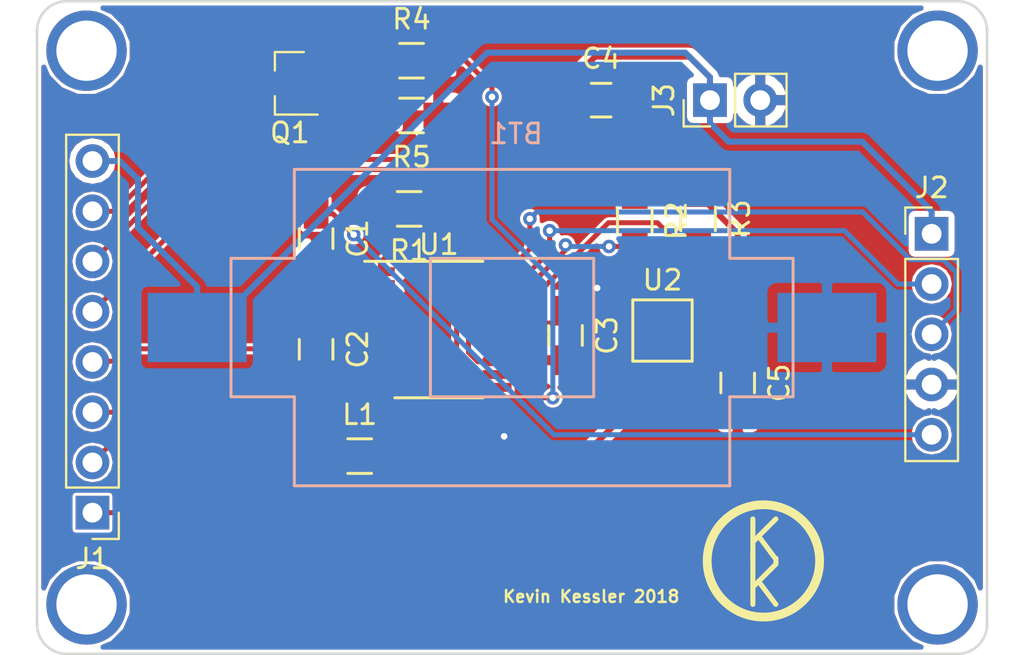
<source format=kicad_pcb>
(kicad_pcb (version 4) (host pcbnew 4.0.7)

  (general
    (links 50)
    (no_connects 5)
    (area 97.766629 77.8642 150.233372 115.8708)
    (thickness 1.6)
    (drawings 9)
    (tracks 165)
    (zones 0)
    (modules 25)
    (nets 19)
  )

  (page A4)
  (layers
    (0 F.Cu signal)
    (31 B.Cu signal)
    (32 B.Adhes user)
    (33 F.Adhes user)
    (34 B.Paste user)
    (35 F.Paste user)
    (36 B.SilkS user)
    (37 F.SilkS user)
    (38 B.Mask user)
    (39 F.Mask user)
    (40 Dwgs.User user)
    (41 Cmts.User user)
    (42 Eco1.User user)
    (43 Eco2.User user)
    (44 Edge.Cuts user)
    (45 Margin user)
    (46 B.CrtYd user)
    (47 F.CrtYd user)
    (48 B.Fab user)
    (49 F.Fab user)
  )

  (setup
    (last_trace_width 0.254)
    (user_trace_width 0.1524)
    (user_trace_width 0.2)
    (user_trace_width 0.25)
    (user_trace_width 0.3)
    (user_trace_width 0.4)
    (user_trace_width 0.5)
    (user_trace_width 0.6)
    (user_trace_width 0.8)
    (trace_clearance 0.1524)
    (zone_clearance 0.1524)
    (zone_45_only no)
    (trace_min 0.1524)
    (segment_width 0.127)
    (edge_width 0.127)
    (via_size 0.6858)
    (via_drill 0.3302)
    (via_min_size 0.6858)
    (via_min_drill 0.3302)
    (uvia_size 0.508)
    (uvia_drill 0.127)
    (uvias_allowed no)
    (uvia_min_size 0.508)
    (uvia_min_drill 0.127)
    (pcb_text_width 0.127)
    (pcb_text_size 0.6 0.6)
    (mod_edge_width 0.127)
    (mod_text_size 0.6 0.6)
    (mod_text_width 0.127)
    (pad_size 0.6858 0.6858)
    (pad_drill 0.3302)
    (pad_to_mask_clearance 0.05)
    (pad_to_paste_clearance -0.04)
    (aux_axis_origin 0 0)
    (visible_elements FFFFFF7F)
    (pcbplotparams
      (layerselection 0x010f8_80000001)
      (usegerberextensions true)
      (usegerberattributes true)
      (excludeedgelayer true)
      (linewidth 0.127000)
      (plotframeref false)
      (viasonmask false)
      (mode 1)
      (useauxorigin true)
      (hpglpennumber 1)
      (hpglpenspeed 20)
      (hpglpendiameter 15)
      (hpglpenoverlay 2)
      (psnegative false)
      (psa4output false)
      (plotreference true)
      (plotvalue true)
      (plotinvisibletext false)
      (padsonsilk false)
      (subtractmaskfromsilk false)
      (outputformat 1)
      (mirror false)
      (drillshape 0)
      (scaleselection 1)
      (outputdirectory CAM/))
  )

  (net 0 "")
  (net 1 +3V3)
  (net 2 GND)
  (net 3 /NRST)
  (net 4 "Net-(C2-Pad1)")
  (net 5 /BUSY)
  (net 6 /RST)
  (net 7 /DC)
  (net 8 /SPI_CS)
  (net 9 /SCK)
  (net 10 /MOSI)
  (net 11 /SWDIO)
  (net 12 /SWCLK)
  (net 13 "Net-(R1-Pad1)")
  (net 14 /SDA)
  (net 15 /SCL)
  (net 16 /EPD_GND)
  (net 17 "Net-(Q1-Pad1)")
  (net 18 /EPD_POWER)

  (net_class Default "Dit is de standaard class."
    (clearance 0.1524)
    (trace_width 0.254)
    (via_dia 0.6858)
    (via_drill 0.3302)
    (uvia_dia 0.508)
    (uvia_drill 0.127)
    (add_net /BUSY)
    (add_net /DC)
    (add_net /EPD_GND)
    (add_net /EPD_POWER)
    (add_net /MOSI)
    (add_net /NRST)
    (add_net /RST)
    (add_net /SCK)
    (add_net /SCL)
    (add_net /SDA)
    (add_net /SPI_CS)
    (add_net /SWCLK)
    (add_net /SWDIO)
    (add_net GND)
    (add_net "Net-(C2-Pad1)")
    (add_net "Net-(Q1-Pad1)")
    (add_net "Net-(R1-Pad1)")
  )

  (net_class 0.2mm ""
    (clearance 0.2)
    (trace_width 0.2)
    (via_dia 0.6858)
    (via_drill 0.3302)
    (uvia_dia 0.508)
    (uvia_drill 0.127)
  )

  (net_class Minimal ""
    (clearance 0.1524)
    (trace_width 0.1524)
    (via_dia 0.6858)
    (via_drill 0.3302)
    (uvia_dia 0.508)
    (uvia_drill 0.127)
  )

  (net_class Power ""
    (clearance 0.3048)
    (trace_width 0.3048)
    (via_dia 0.6858)
    (via_drill 0.3302)
    (uvia_dia 0.508)
    (uvia_drill 0.127)
    (add_net +3V3)
  )

  (module KevinLibrary:SI7021 (layer F.Cu) (tedit 5ACAE645) (tstamp 5ACAD08D)
    (at 131.6 96.6)
    (path /5AC857D8)
    (fp_text reference U2 (at 0 -2.5) (layer F.SilkS)
      (effects (font (size 1 1) (thickness 0.15)))
    )
    (fp_text value SI7021 (at 0 2.7) (layer F.Fab)
      (effects (font (size 1 1) (thickness 0.15)))
    )
    (fp_line (start -1.5 -1.5) (end 1.5 -1.5) (layer F.SilkS) (width 0.15))
    (fp_line (start -1.5 1.6) (end -1.5 -1.5) (layer F.SilkS) (width 0.15))
    (fp_line (start 1.5 1.6) (end -1.5 1.6) (layer F.SilkS) (width 0.15))
    (fp_line (start 1.5 -1.5) (end 1.5 1.6) (layer F.SilkS) (width 0.15))
    (pad 1 smd rect (at -1.45 -1.025) (size 0.85 0.45) (layers F.Cu F.Paste F.Mask)
      (net 14 /SDA))
    (pad 2 smd rect (at -1.45 0) (size 0.85 0.45) (layers F.Cu F.Paste F.Mask)
      (net 2 GND))
    (pad 3 smd rect (at -1.45 1.025) (size 0.85 0.45) (layers F.Cu F.Paste F.Mask))
    (pad 4 smd rect (at 1.45 1.025) (size 0.85 0.45) (layers F.Cu F.Paste F.Mask))
    (pad 5 smd rect (at 1.455 0) (size 0.85 0.45) (layers F.Cu F.Paste F.Mask)
      (net 1 +3V3))
    (pad 6 smd rect (at 1.45 -1.025) (size 0.85 0.45) (layers F.Cu F.Paste F.Mask)
      (net 15 /SCL))
    (pad "" smd rect (at 0 0) (size 1.5 2.4) (layers F.Cu F.Paste F.Mask))
  )

  (module KevinLibrary:CR2032_BATTERY_HOLDER (layer B.Cu) (tedit 5ACACEEF) (tstamp 5ACAD005)
    (at 124 96.5)
    (path /5ACA9C28)
    (fp_text reference BT1 (at 0.1989 -9.7964) (layer B.SilkS)
      (effects (font (size 1 1) (thickness 0.15)) (justify mirror))
    )
    (fp_text value Battery_Cell (at 0 10.8) (layer B.Fab)
      (effects (font (size 1 1) (thickness 0.15)) (justify mirror))
    )
    (fp_line (start -4.125 -3.5) (end -4.125 3.5) (layer B.SilkS) (width 0.15))
    (fp_line (start 4.125 -3.5) (end -4.125 -3.5) (layer B.SilkS) (width 0.15))
    (fp_line (start 4.125 3.5) (end 4.125 -3.5) (layer B.SilkS) (width 0.15))
    (fp_line (start -4.125 3.5) (end 4.125 3.5) (layer B.SilkS) (width 0.15))
    (fp_line (start -11 8) (end -11 3.5) (layer B.SilkS) (width 0.15))
    (fp_line (start -11 3.5) (end -14.2 3.5) (layer B.SilkS) (width 0.15))
    (fp_line (start -14.2 3.5) (end -14.2 -3.5) (layer B.SilkS) (width 0.15))
    (fp_line (start -11 -3.5) (end -14.2 -3.5) (layer B.SilkS) (width 0.15))
    (fp_line (start -11 -8) (end -11 -3.5) (layer B.SilkS) (width 0.15))
    (fp_line (start -11 -8) (end 11 -8) (layer B.SilkS) (width 0.15))
    (fp_line (start 11 -8) (end 11 -3.5) (layer B.SilkS) (width 0.15))
    (fp_line (start 11 -3.5) (end 14.2 -3.5) (layer B.SilkS) (width 0.15))
    (fp_line (start 14.2 3.5) (end 14.2 -3.5) (layer B.SilkS) (width 0.15))
    (fp_line (start 11 3.5) (end 14.2 3.5) (layer B.SilkS) (width 0.15))
    (fp_line (start 11 8) (end 11 3.5) (layer B.SilkS) (width 0.15))
    (fp_line (start -11 8) (end 11 8) (layer B.SilkS) (width 0.15))
    (pad 1 smd rect (at -15.91 0) (size 5 3.5) (layers B.Cu B.Paste B.Mask)
      (net 1 +3V3))
    (pad 2 smd rect (at 15.91 0) (size 5 3.5) (layers B.Cu B.Paste B.Mask)
      (net 2 GND))
  )

  (module Capacitors_SMD:C_0805_HandSoldering (layer F.Cu) (tedit 541A9B8D) (tstamp 5ACAD00B)
    (at 114.1 92 270)
    (descr "Capacitor SMD 0805, hand soldering")
    (tags "capacitor 0805")
    (path /5ACAAB0E)
    (attr smd)
    (fp_text reference C1 (at 0 -2.1 270) (layer F.SilkS)
      (effects (font (size 1 1) (thickness 0.15)))
    )
    (fp_text value 100n (at 0 2.1 270) (layer F.Fab)
      (effects (font (size 1 1) (thickness 0.15)))
    )
    (fp_line (start -1 0.625) (end -1 -0.625) (layer F.Fab) (width 0.15))
    (fp_line (start 1 0.625) (end -1 0.625) (layer F.Fab) (width 0.15))
    (fp_line (start 1 -0.625) (end 1 0.625) (layer F.Fab) (width 0.15))
    (fp_line (start -1 -0.625) (end 1 -0.625) (layer F.Fab) (width 0.15))
    (fp_line (start -2.3 -1) (end 2.3 -1) (layer F.CrtYd) (width 0.05))
    (fp_line (start -2.3 1) (end 2.3 1) (layer F.CrtYd) (width 0.05))
    (fp_line (start -2.3 -1) (end -2.3 1) (layer F.CrtYd) (width 0.05))
    (fp_line (start 2.3 -1) (end 2.3 1) (layer F.CrtYd) (width 0.05))
    (fp_line (start 0.5 -0.85) (end -0.5 -0.85) (layer F.SilkS) (width 0.15))
    (fp_line (start -0.5 0.85) (end 0.5 0.85) (layer F.SilkS) (width 0.15))
    (pad 1 smd rect (at -1.25 0 270) (size 1.5 1.25) (layers F.Cu F.Paste F.Mask)
      (net 3 /NRST))
    (pad 2 smd rect (at 1.25 0 270) (size 1.5 1.25) (layers F.Cu F.Paste F.Mask)
      (net 2 GND))
    (model Capacitors_SMD.3dshapes/C_0805_HandSoldering.wrl
      (at (xyz 0 0 0))
      (scale (xyz 1 1 1))
      (rotate (xyz 0 0 0))
    )
  )

  (module Capacitors_SMD:C_0805_HandSoldering (layer F.Cu) (tedit 541A9B8D) (tstamp 5ACAD011)
    (at 114.1 97.6 270)
    (descr "Capacitor SMD 0805, hand soldering")
    (tags "capacitor 0805")
    (path /5ACAA84E)
    (attr smd)
    (fp_text reference C2 (at 0 -2.1 270) (layer F.SilkS)
      (effects (font (size 1 1) (thickness 0.15)))
    )
    (fp_text value 100n (at 0 2.1 270) (layer F.Fab)
      (effects (font (size 1 1) (thickness 0.15)))
    )
    (fp_line (start -1 0.625) (end -1 -0.625) (layer F.Fab) (width 0.15))
    (fp_line (start 1 0.625) (end -1 0.625) (layer F.Fab) (width 0.15))
    (fp_line (start 1 -0.625) (end 1 0.625) (layer F.Fab) (width 0.15))
    (fp_line (start -1 -0.625) (end 1 -0.625) (layer F.Fab) (width 0.15))
    (fp_line (start -2.3 -1) (end 2.3 -1) (layer F.CrtYd) (width 0.05))
    (fp_line (start -2.3 1) (end 2.3 1) (layer F.CrtYd) (width 0.05))
    (fp_line (start -2.3 -1) (end -2.3 1) (layer F.CrtYd) (width 0.05))
    (fp_line (start 2.3 -1) (end 2.3 1) (layer F.CrtYd) (width 0.05))
    (fp_line (start 0.5 -0.85) (end -0.5 -0.85) (layer F.SilkS) (width 0.15))
    (fp_line (start -0.5 0.85) (end 0.5 0.85) (layer F.SilkS) (width 0.15))
    (pad 1 smd rect (at -1.25 0 270) (size 1.5 1.25) (layers F.Cu F.Paste F.Mask)
      (net 4 "Net-(C2-Pad1)"))
    (pad 2 smd rect (at 1.25 0 270) (size 1.5 1.25) (layers F.Cu F.Paste F.Mask)
      (net 2 GND))
    (model Capacitors_SMD.3dshapes/C_0805_HandSoldering.wrl
      (at (xyz 0 0 0))
      (scale (xyz 1 1 1))
      (rotate (xyz 0 0 0))
    )
  )

  (module Capacitors_SMD:C_0805_HandSoldering (layer F.Cu) (tedit 541A9B8D) (tstamp 5ACAD017)
    (at 126.7 96.9 270)
    (descr "Capacitor SMD 0805, hand soldering")
    (tags "capacitor 0805")
    (path /5ACAB3E7)
    (attr smd)
    (fp_text reference C3 (at 0 -2.1 270) (layer F.SilkS)
      (effects (font (size 1 1) (thickness 0.15)))
    )
    (fp_text value 100n (at 0 2.1 270) (layer F.Fab)
      (effects (font (size 1 1) (thickness 0.15)))
    )
    (fp_line (start -1 0.625) (end -1 -0.625) (layer F.Fab) (width 0.15))
    (fp_line (start 1 0.625) (end -1 0.625) (layer F.Fab) (width 0.15))
    (fp_line (start 1 -0.625) (end 1 0.625) (layer F.Fab) (width 0.15))
    (fp_line (start -1 -0.625) (end 1 -0.625) (layer F.Fab) (width 0.15))
    (fp_line (start -2.3 -1) (end 2.3 -1) (layer F.CrtYd) (width 0.05))
    (fp_line (start -2.3 1) (end 2.3 1) (layer F.CrtYd) (width 0.05))
    (fp_line (start -2.3 -1) (end -2.3 1) (layer F.CrtYd) (width 0.05))
    (fp_line (start 2.3 -1) (end 2.3 1) (layer F.CrtYd) (width 0.05))
    (fp_line (start 0.5 -0.85) (end -0.5 -0.85) (layer F.SilkS) (width 0.15))
    (fp_line (start -0.5 0.85) (end 0.5 0.85) (layer F.SilkS) (width 0.15))
    (pad 1 smd rect (at -1.25 0 270) (size 1.5 1.25) (layers F.Cu F.Paste F.Mask)
      (net 1 +3V3))
    (pad 2 smd rect (at 1.25 0 270) (size 1.5 1.25) (layers F.Cu F.Paste F.Mask)
      (net 2 GND))
    (model Capacitors_SMD.3dshapes/C_0805_HandSoldering.wrl
      (at (xyz 0 0 0))
      (scale (xyz 1 1 1))
      (rotate (xyz 0 0 0))
    )
  )

  (module Capacitors_SMD:C_0805_HandSoldering (layer F.Cu) (tedit 541A9B8D) (tstamp 5ACAD01D)
    (at 128.5 85)
    (descr "Capacitor SMD 0805, hand soldering")
    (tags "capacitor 0805")
    (path /5ACAA185)
    (attr smd)
    (fp_text reference C4 (at 0 -2.1) (layer F.SilkS)
      (effects (font (size 1 1) (thickness 0.15)))
    )
    (fp_text value 10u (at 0 2.1) (layer F.Fab)
      (effects (font (size 1 1) (thickness 0.15)))
    )
    (fp_line (start -1 0.625) (end -1 -0.625) (layer F.Fab) (width 0.15))
    (fp_line (start 1 0.625) (end -1 0.625) (layer F.Fab) (width 0.15))
    (fp_line (start 1 -0.625) (end 1 0.625) (layer F.Fab) (width 0.15))
    (fp_line (start -1 -0.625) (end 1 -0.625) (layer F.Fab) (width 0.15))
    (fp_line (start -2.3 -1) (end 2.3 -1) (layer F.CrtYd) (width 0.05))
    (fp_line (start -2.3 1) (end 2.3 1) (layer F.CrtYd) (width 0.05))
    (fp_line (start -2.3 -1) (end -2.3 1) (layer F.CrtYd) (width 0.05))
    (fp_line (start 2.3 -1) (end 2.3 1) (layer F.CrtYd) (width 0.05))
    (fp_line (start 0.5 -0.85) (end -0.5 -0.85) (layer F.SilkS) (width 0.15))
    (fp_line (start -0.5 0.85) (end 0.5 0.85) (layer F.SilkS) (width 0.15))
    (pad 1 smd rect (at -1.25 0) (size 1.5 1.25) (layers F.Cu F.Paste F.Mask)
      (net 1 +3V3))
    (pad 2 smd rect (at 1.25 0) (size 1.5 1.25) (layers F.Cu F.Paste F.Mask)
      (net 2 GND))
    (model Capacitors_SMD.3dshapes/C_0805_HandSoldering.wrl
      (at (xyz 0 0 0))
      (scale (xyz 1 1 1))
      (rotate (xyz 0 0 0))
    )
  )

  (module Capacitors_SMD:C_0805_HandSoldering (layer F.Cu) (tedit 541A9B8D) (tstamp 5ACAD023)
    (at 135.4 99.3 270)
    (descr "Capacitor SMD 0805, hand soldering")
    (tags "capacitor 0805")
    (path /5ACAB7E1)
    (attr smd)
    (fp_text reference C5 (at 0 -2.1 270) (layer F.SilkS)
      (effects (font (size 1 1) (thickness 0.15)))
    )
    (fp_text value 100n (at 0 2.1 270) (layer F.Fab)
      (effects (font (size 1 1) (thickness 0.15)))
    )
    (fp_line (start -1 0.625) (end -1 -0.625) (layer F.Fab) (width 0.15))
    (fp_line (start 1 0.625) (end -1 0.625) (layer F.Fab) (width 0.15))
    (fp_line (start 1 -0.625) (end 1 0.625) (layer F.Fab) (width 0.15))
    (fp_line (start -1 -0.625) (end 1 -0.625) (layer F.Fab) (width 0.15))
    (fp_line (start -2.3 -1) (end 2.3 -1) (layer F.CrtYd) (width 0.05))
    (fp_line (start -2.3 1) (end 2.3 1) (layer F.CrtYd) (width 0.05))
    (fp_line (start -2.3 -1) (end -2.3 1) (layer F.CrtYd) (width 0.05))
    (fp_line (start 2.3 -1) (end 2.3 1) (layer F.CrtYd) (width 0.05))
    (fp_line (start 0.5 -0.85) (end -0.5 -0.85) (layer F.SilkS) (width 0.15))
    (fp_line (start -0.5 0.85) (end 0.5 0.85) (layer F.SilkS) (width 0.15))
    (pad 1 smd rect (at -1.25 0 270) (size 1.5 1.25) (layers F.Cu F.Paste F.Mask)
      (net 1 +3V3))
    (pad 2 smd rect (at 1.25 0 270) (size 1.5 1.25) (layers F.Cu F.Paste F.Mask)
      (net 2 GND))
    (model Capacitors_SMD.3dshapes/C_0805_HandSoldering.wrl
      (at (xyz 0 0 0))
      (scale (xyz 1 1 1))
      (rotate (xyz 0 0 0))
    )
  )

  (module Pin_Headers:Pin_Header_Straight_1x08_Pitch2.54mm (layer F.Cu) (tedit 59650532) (tstamp 5ACAD02F)
    (at 102.8 105.86 180)
    (descr "Through hole straight pin header, 1x08, 2.54mm pitch, single row")
    (tags "Through hole pin header THT 1x08 2.54mm single row")
    (path /5ACAA270)
    (fp_text reference J1 (at 0 -2.33 180) (layer F.SilkS)
      (effects (font (size 1 1) (thickness 0.15)))
    )
    (fp_text value Conn_01x08 (at 0 20.11 180) (layer F.Fab)
      (effects (font (size 1 1) (thickness 0.15)))
    )
    (fp_line (start -0.635 -1.27) (end 1.27 -1.27) (layer F.Fab) (width 0.1))
    (fp_line (start 1.27 -1.27) (end 1.27 19.05) (layer F.Fab) (width 0.1))
    (fp_line (start 1.27 19.05) (end -1.27 19.05) (layer F.Fab) (width 0.1))
    (fp_line (start -1.27 19.05) (end -1.27 -0.635) (layer F.Fab) (width 0.1))
    (fp_line (start -1.27 -0.635) (end -0.635 -1.27) (layer F.Fab) (width 0.1))
    (fp_line (start -1.33 19.11) (end 1.33 19.11) (layer F.SilkS) (width 0.12))
    (fp_line (start -1.33 1.27) (end -1.33 19.11) (layer F.SilkS) (width 0.12))
    (fp_line (start 1.33 1.27) (end 1.33 19.11) (layer F.SilkS) (width 0.12))
    (fp_line (start -1.33 1.27) (end 1.33 1.27) (layer F.SilkS) (width 0.12))
    (fp_line (start -1.33 0) (end -1.33 -1.33) (layer F.SilkS) (width 0.12))
    (fp_line (start -1.33 -1.33) (end 0 -1.33) (layer F.SilkS) (width 0.12))
    (fp_line (start -1.8 -1.8) (end -1.8 19.55) (layer F.CrtYd) (width 0.05))
    (fp_line (start -1.8 19.55) (end 1.8 19.55) (layer F.CrtYd) (width 0.05))
    (fp_line (start 1.8 19.55) (end 1.8 -1.8) (layer F.CrtYd) (width 0.05))
    (fp_line (start 1.8 -1.8) (end -1.8 -1.8) (layer F.CrtYd) (width 0.05))
    (fp_text user %R (at 0 8.89 360) (layer F.Fab)
      (effects (font (size 1 1) (thickness 0.15)))
    )
    (pad 1 thru_hole rect (at 0 0 180) (size 1.7 1.7) (drill 1) (layers *.Cu *.Mask)
      (net 5 /BUSY))
    (pad 2 thru_hole oval (at 0 2.54 180) (size 1.7 1.7) (drill 1) (layers *.Cu *.Mask)
      (net 6 /RST))
    (pad 3 thru_hole oval (at 0 5.08 180) (size 1.7 1.7) (drill 1) (layers *.Cu *.Mask)
      (net 7 /DC))
    (pad 4 thru_hole oval (at 0 7.62 180) (size 1.7 1.7) (drill 1) (layers *.Cu *.Mask)
      (net 8 /SPI_CS))
    (pad 5 thru_hole oval (at 0 10.16 180) (size 1.7 1.7) (drill 1) (layers *.Cu *.Mask)
      (net 9 /SCK))
    (pad 6 thru_hole oval (at 0 12.7 180) (size 1.7 1.7) (drill 1) (layers *.Cu *.Mask)
      (net 10 /MOSI))
    (pad 7 thru_hole oval (at 0 15.24 180) (size 1.7 1.7) (drill 1) (layers *.Cu *.Mask)
      (net 16 /EPD_GND))
    (pad 8 thru_hole oval (at 0 17.78 180) (size 1.7 1.7) (drill 1) (layers *.Cu *.Mask)
      (net 1 +3V3))
    (model ${KISYS3DMOD}/Pin_Headers.3dshapes/Pin_Header_Straight_1x08_Pitch2.54mm.wrl
      (at (xyz 0 0 0))
      (scale (xyz 1 1 1))
      (rotate (xyz 0 0 0))
    )
  )

  (module Pin_Headers:Pin_Header_Straight_1x05_Pitch2.54mm (layer F.Cu) (tedit 59650532) (tstamp 5ACAD038)
    (at 145.2 91.76)
    (descr "Through hole straight pin header, 1x05, 2.54mm pitch, single row")
    (tags "Through hole pin header THT 1x05 2.54mm single row")
    (path /5ACAAE94)
    (fp_text reference J2 (at 0 -2.33) (layer F.SilkS)
      (effects (font (size 1 1) (thickness 0.15)))
    )
    (fp_text value Conn_01x05 (at 0 12.49) (layer F.Fab)
      (effects (font (size 1 1) (thickness 0.15)))
    )
    (fp_line (start -0.635 -1.27) (end 1.27 -1.27) (layer F.Fab) (width 0.1))
    (fp_line (start 1.27 -1.27) (end 1.27 11.43) (layer F.Fab) (width 0.1))
    (fp_line (start 1.27 11.43) (end -1.27 11.43) (layer F.Fab) (width 0.1))
    (fp_line (start -1.27 11.43) (end -1.27 -0.635) (layer F.Fab) (width 0.1))
    (fp_line (start -1.27 -0.635) (end -0.635 -1.27) (layer F.Fab) (width 0.1))
    (fp_line (start -1.33 11.49) (end 1.33 11.49) (layer F.SilkS) (width 0.12))
    (fp_line (start -1.33 1.27) (end -1.33 11.49) (layer F.SilkS) (width 0.12))
    (fp_line (start 1.33 1.27) (end 1.33 11.49) (layer F.SilkS) (width 0.12))
    (fp_line (start -1.33 1.27) (end 1.33 1.27) (layer F.SilkS) (width 0.12))
    (fp_line (start -1.33 0) (end -1.33 -1.33) (layer F.SilkS) (width 0.12))
    (fp_line (start -1.33 -1.33) (end 0 -1.33) (layer F.SilkS) (width 0.12))
    (fp_line (start -1.8 -1.8) (end -1.8 11.95) (layer F.CrtYd) (width 0.05))
    (fp_line (start -1.8 11.95) (end 1.8 11.95) (layer F.CrtYd) (width 0.05))
    (fp_line (start 1.8 11.95) (end 1.8 -1.8) (layer F.CrtYd) (width 0.05))
    (fp_line (start 1.8 -1.8) (end -1.8 -1.8) (layer F.CrtYd) (width 0.05))
    (fp_text user %R (at 0 5.08 90) (layer F.Fab)
      (effects (font (size 1 1) (thickness 0.15)))
    )
    (pad 1 thru_hole rect (at 0 0) (size 1.7 1.7) (drill 1) (layers *.Cu *.Mask)
      (net 1 +3V3))
    (pad 2 thru_hole oval (at 0 2.54) (size 1.7 1.7) (drill 1) (layers *.Cu *.Mask)
      (net 11 /SWDIO))
    (pad 3 thru_hole oval (at 0 5.08) (size 1.7 1.7) (drill 1) (layers *.Cu *.Mask)
      (net 12 /SWCLK))
    (pad 4 thru_hole oval (at 0 7.62) (size 1.7 1.7) (drill 1) (layers *.Cu *.Mask)
      (net 2 GND))
    (pad 5 thru_hole oval (at 0 10.16) (size 1.7 1.7) (drill 1) (layers *.Cu *.Mask)
      (net 3 /NRST))
    (model ${KISYS3DMOD}/Pin_Headers.3dshapes/Pin_Header_Straight_1x05_Pitch2.54mm.wrl
      (at (xyz 0 0 0))
      (scale (xyz 1 1 1))
      (rotate (xyz 0 0 0))
    )
  )

  (module Pin_Headers:Pin_Header_Straight_1x02_Pitch2.54mm (layer F.Cu) (tedit 59650532) (tstamp 5ACAD03E)
    (at 134 85 90)
    (descr "Through hole straight pin header, 1x02, 2.54mm pitch, single row")
    (tags "Through hole pin header THT 1x02 2.54mm single row")
    (path /5AC8590E)
    (fp_text reference J3 (at 0 -2.33 90) (layer F.SilkS)
      (effects (font (size 1 1) (thickness 0.15)))
    )
    (fp_text value Conn_01x02 (at 0 4.87 90) (layer F.Fab)
      (effects (font (size 1 1) (thickness 0.15)))
    )
    (fp_line (start -0.635 -1.27) (end 1.27 -1.27) (layer F.Fab) (width 0.1))
    (fp_line (start 1.27 -1.27) (end 1.27 3.81) (layer F.Fab) (width 0.1))
    (fp_line (start 1.27 3.81) (end -1.27 3.81) (layer F.Fab) (width 0.1))
    (fp_line (start -1.27 3.81) (end -1.27 -0.635) (layer F.Fab) (width 0.1))
    (fp_line (start -1.27 -0.635) (end -0.635 -1.27) (layer F.Fab) (width 0.1))
    (fp_line (start -1.33 3.87) (end 1.33 3.87) (layer F.SilkS) (width 0.12))
    (fp_line (start -1.33 1.27) (end -1.33 3.87) (layer F.SilkS) (width 0.12))
    (fp_line (start 1.33 1.27) (end 1.33 3.87) (layer F.SilkS) (width 0.12))
    (fp_line (start -1.33 1.27) (end 1.33 1.27) (layer F.SilkS) (width 0.12))
    (fp_line (start -1.33 0) (end -1.33 -1.33) (layer F.SilkS) (width 0.12))
    (fp_line (start -1.33 -1.33) (end 0 -1.33) (layer F.SilkS) (width 0.12))
    (fp_line (start -1.8 -1.8) (end -1.8 4.35) (layer F.CrtYd) (width 0.05))
    (fp_line (start -1.8 4.35) (end 1.8 4.35) (layer F.CrtYd) (width 0.05))
    (fp_line (start 1.8 4.35) (end 1.8 -1.8) (layer F.CrtYd) (width 0.05))
    (fp_line (start 1.8 -1.8) (end -1.8 -1.8) (layer F.CrtYd) (width 0.05))
    (fp_text user %R (at 0 1.27 180) (layer F.Fab)
      (effects (font (size 1 1) (thickness 0.15)))
    )
    (pad 1 thru_hole rect (at 0 0 90) (size 1.7 1.7) (drill 1) (layers *.Cu *.Mask)
      (net 1 +3V3))
    (pad 2 thru_hole oval (at 0 2.54 90) (size 1.7 1.7) (drill 1) (layers *.Cu *.Mask)
      (net 2 GND))
    (model ${KISYS3DMOD}/Pin_Headers.3dshapes/Pin_Header_Straight_1x02_Pitch2.54mm.wrl
      (at (xyz 0 0 0))
      (scale (xyz 1 1 1))
      (rotate (xyz 0 0 0))
    )
  )

  (module Resistors_SMD:R_0805_HandSoldering (layer F.Cu) (tedit 58307B90) (tstamp 5ACAD044)
    (at 116.3 103)
    (descr "Resistor SMD 0805, hand soldering")
    (tags "resistor 0805")
    (path /5ACAC292)
    (attr smd)
    (fp_text reference L1 (at 0 -2.1) (layer F.SilkS)
      (effects (font (size 1 1) (thickness 0.15)))
    )
    (fp_text value 600Ohm (at 0 2.1) (layer F.Fab)
      (effects (font (size 1 1) (thickness 0.15)))
    )
    (fp_line (start -1 0.625) (end -1 -0.625) (layer F.Fab) (width 0.1))
    (fp_line (start 1 0.625) (end -1 0.625) (layer F.Fab) (width 0.1))
    (fp_line (start 1 -0.625) (end 1 0.625) (layer F.Fab) (width 0.1))
    (fp_line (start -1 -0.625) (end 1 -0.625) (layer F.Fab) (width 0.1))
    (fp_line (start -2.4 -1) (end 2.4 -1) (layer F.CrtYd) (width 0.05))
    (fp_line (start -2.4 1) (end 2.4 1) (layer F.CrtYd) (width 0.05))
    (fp_line (start -2.4 -1) (end -2.4 1) (layer F.CrtYd) (width 0.05))
    (fp_line (start 2.4 -1) (end 2.4 1) (layer F.CrtYd) (width 0.05))
    (fp_line (start 0.6 0.875) (end -0.6 0.875) (layer F.SilkS) (width 0.15))
    (fp_line (start -0.6 -0.875) (end 0.6 -0.875) (layer F.SilkS) (width 0.15))
    (pad 1 smd rect (at -1.35 0) (size 1.5 1.3) (layers F.Cu F.Paste F.Mask)
      (net 1 +3V3))
    (pad 2 smd rect (at 1.35 0) (size 1.5 1.3) (layers F.Cu F.Paste F.Mask)
      (net 4 "Net-(C2-Pad1)"))
    (model Resistors_SMD.3dshapes/R_0805_HandSoldering.wrl
      (at (xyz 0 0 0))
      (scale (xyz 1 1 1))
      (rotate (xyz 0 0 0))
    )
  )

  (module KevinLibrary:TH-M3 (layer F.Cu) (tedit 5ACAD657) (tstamp 5ACAD049)
    (at 145.5 110.5)
    (path /5ACADCA8)
    (fp_text reference MP1 (at 0 4.191) (layer F.SilkS) hide
      (effects (font (size 1 1) (thickness 0.15)))
    )
    (fp_text value MOUNTHOLE (at 0 -3.556) (layer F.Fab) hide
      (effects (font (size 1 1) (thickness 0.15)))
    )
    (pad "" np_thru_hole circle (at 0 0) (size 4.064 4.064) (drill 3.048) (layers *.Cu *.Mask))
  )

  (module KevinLibrary:TH-M3 (layer F.Cu) (tedit 5ACAD662) (tstamp 5ACAD04E)
    (at 102.5 82.5)
    (path /5ACADD62)
    (fp_text reference MP2 (at 0 4.191) (layer F.SilkS) hide
      (effects (font (size 1 1) (thickness 0.15)))
    )
    (fp_text value MOUNTHOLE (at 0 -3.556) (layer F.Fab) hide
      (effects (font (size 1 1) (thickness 0.15)))
    )
    (pad "" np_thru_hole circle (at 0 0) (size 4.064 4.064) (drill 3.048) (layers *.Cu *.Mask))
  )

  (module KevinLibrary:TH-M3 (layer F.Cu) (tedit 5ACAD651) (tstamp 5ACAD053)
    (at 102.5 110.5)
    (path /5ACADCFE)
    (fp_text reference MP3 (at 0 4.191) (layer F.SilkS) hide
      (effects (font (size 1 1) (thickness 0.15)))
    )
    (fp_text value MOUNTHOLE (at 0 -3.556) (layer F.Fab) hide
      (effects (font (size 1 1) (thickness 0.15)))
    )
    (pad "" np_thru_hole circle (at 0 0) (size 4.064 4.064) (drill 3.048) (layers *.Cu *.Mask))
  )

  (module KevinLibrary:TH-M3 (layer F.Cu) (tedit 5ACAD65D) (tstamp 5ACAD058)
    (at 145.5 82.5)
    (path /5ACADDAD)
    (fp_text reference MP4 (at 0 4.191) (layer F.SilkS) hide
      (effects (font (size 1 1) (thickness 0.15)))
    )
    (fp_text value MOUNTHOLE (at 0 -3.556) (layer F.Fab) hide
      (effects (font (size 1 1) (thickness 0.15)))
    )
    (pad "" np_thru_hole circle (at 0 0) (size 4.064 4.064) (drill 3.048) (layers *.Cu *.Mask))
  )

  (module Resistors_SMD:R_0805_HandSoldering (layer F.Cu) (tedit 58307B90) (tstamp 5ACAD05E)
    (at 118.8 90.5 180)
    (descr "Resistor SMD 0805, hand soldering")
    (tags "resistor 0805")
    (path /5ACA9D3D)
    (attr smd)
    (fp_text reference R1 (at 0 -2.1 180) (layer F.SilkS)
      (effects (font (size 1 1) (thickness 0.15)))
    )
    (fp_text value 10K (at 0 2.1 180) (layer F.Fab)
      (effects (font (size 1 1) (thickness 0.15)))
    )
    (fp_line (start -1 0.625) (end -1 -0.625) (layer F.Fab) (width 0.1))
    (fp_line (start 1 0.625) (end -1 0.625) (layer F.Fab) (width 0.1))
    (fp_line (start 1 -0.625) (end 1 0.625) (layer F.Fab) (width 0.1))
    (fp_line (start -1 -0.625) (end 1 -0.625) (layer F.Fab) (width 0.1))
    (fp_line (start -2.4 -1) (end 2.4 -1) (layer F.CrtYd) (width 0.05))
    (fp_line (start -2.4 1) (end 2.4 1) (layer F.CrtYd) (width 0.05))
    (fp_line (start -2.4 -1) (end -2.4 1) (layer F.CrtYd) (width 0.05))
    (fp_line (start 2.4 -1) (end 2.4 1) (layer F.CrtYd) (width 0.05))
    (fp_line (start 0.6 0.875) (end -0.6 0.875) (layer F.SilkS) (width 0.15))
    (fp_line (start -0.6 -0.875) (end 0.6 -0.875) (layer F.SilkS) (width 0.15))
    (pad 1 smd rect (at -1.35 0 180) (size 1.5 1.3) (layers F.Cu F.Paste F.Mask)
      (net 13 "Net-(R1-Pad1)"))
    (pad 2 smd rect (at 1.35 0 180) (size 1.5 1.3) (layers F.Cu F.Paste F.Mask)
      (net 2 GND))
    (model Resistors_SMD.3dshapes/R_0805_HandSoldering.wrl
      (at (xyz 0 0 0))
      (scale (xyz 1 1 1))
      (rotate (xyz 0 0 0))
    )
  )

  (module Resistors_SMD:R_0805_HandSoldering (layer F.Cu) (tedit 58307B90) (tstamp 5ACAD064)
    (at 130.2 91.1 270)
    (descr "Resistor SMD 0805, hand soldering")
    (tags "resistor 0805")
    (path /5AC858A4)
    (attr smd)
    (fp_text reference R2 (at 0 -2.1 270) (layer F.SilkS)
      (effects (font (size 1 1) (thickness 0.15)))
    )
    (fp_text value 10K (at 0 2.1 270) (layer F.Fab)
      (effects (font (size 1 1) (thickness 0.15)))
    )
    (fp_line (start -1 0.625) (end -1 -0.625) (layer F.Fab) (width 0.1))
    (fp_line (start 1 0.625) (end -1 0.625) (layer F.Fab) (width 0.1))
    (fp_line (start 1 -0.625) (end 1 0.625) (layer F.Fab) (width 0.1))
    (fp_line (start -1 -0.625) (end 1 -0.625) (layer F.Fab) (width 0.1))
    (fp_line (start -2.4 -1) (end 2.4 -1) (layer F.CrtYd) (width 0.05))
    (fp_line (start -2.4 1) (end 2.4 1) (layer F.CrtYd) (width 0.05))
    (fp_line (start -2.4 -1) (end -2.4 1) (layer F.CrtYd) (width 0.05))
    (fp_line (start 2.4 -1) (end 2.4 1) (layer F.CrtYd) (width 0.05))
    (fp_line (start 0.6 0.875) (end -0.6 0.875) (layer F.SilkS) (width 0.15))
    (fp_line (start -0.6 -0.875) (end 0.6 -0.875) (layer F.SilkS) (width 0.15))
    (pad 1 smd rect (at -1.35 0 270) (size 1.5 1.3) (layers F.Cu F.Paste F.Mask)
      (net 1 +3V3))
    (pad 2 smd rect (at 1.35 0 270) (size 1.5 1.3) (layers F.Cu F.Paste F.Mask)
      (net 14 /SDA))
    (model Resistors_SMD.3dshapes/R_0805_HandSoldering.wrl
      (at (xyz 0 0 0))
      (scale (xyz 1 1 1))
      (rotate (xyz 0 0 0))
    )
  )

  (module Resistors_SMD:R_0805_HandSoldering (layer F.Cu) (tedit 58307B90) (tstamp 5ACAD06A)
    (at 133.4 91 270)
    (descr "Resistor SMD 0805, hand soldering")
    (tags "resistor 0805")
    (path /5AC858DE)
    (attr smd)
    (fp_text reference R3 (at 0 -2.1 270) (layer F.SilkS)
      (effects (font (size 1 1) (thickness 0.15)))
    )
    (fp_text value 10K (at 0 2.1 270) (layer F.Fab)
      (effects (font (size 1 1) (thickness 0.15)))
    )
    (fp_line (start -1 0.625) (end -1 -0.625) (layer F.Fab) (width 0.1))
    (fp_line (start 1 0.625) (end -1 0.625) (layer F.Fab) (width 0.1))
    (fp_line (start 1 -0.625) (end 1 0.625) (layer F.Fab) (width 0.1))
    (fp_line (start -1 -0.625) (end 1 -0.625) (layer F.Fab) (width 0.1))
    (fp_line (start -2.4 -1) (end 2.4 -1) (layer F.CrtYd) (width 0.05))
    (fp_line (start -2.4 1) (end 2.4 1) (layer F.CrtYd) (width 0.05))
    (fp_line (start -2.4 -1) (end -2.4 1) (layer F.CrtYd) (width 0.05))
    (fp_line (start 2.4 -1) (end 2.4 1) (layer F.CrtYd) (width 0.05))
    (fp_line (start 0.6 0.875) (end -0.6 0.875) (layer F.SilkS) (width 0.15))
    (fp_line (start -0.6 -0.875) (end 0.6 -0.875) (layer F.SilkS) (width 0.15))
    (pad 1 smd rect (at -1.35 0 270) (size 1.5 1.3) (layers F.Cu F.Paste F.Mask)
      (net 1 +3V3))
    (pad 2 smd rect (at 1.35 0 270) (size 1.5 1.3) (layers F.Cu F.Paste F.Mask)
      (net 15 /SCL))
    (model Resistors_SMD.3dshapes/R_0805_HandSoldering.wrl
      (at (xyz 0 0 0))
      (scale (xyz 1 1 1))
      (rotate (xyz 0 0 0))
    )
  )

  (module Housings_SSOP:TSSOP-20_4.4x6.5mm_Pitch0.65mm (layer F.Cu) (tedit 54130A77) (tstamp 5ACAD082)
    (at 120.3 96.6)
    (descr "20-Lead Plastic Thin Shrink Small Outline (ST)-4.4 mm Body [TSSOP] (see Microchip Packaging Specification 00000049BS.pdf)")
    (tags "SSOP 0.65")
    (path /5AC857AA)
    (attr smd)
    (fp_text reference U1 (at 0 -4.3) (layer F.SilkS)
      (effects (font (size 1 1) (thickness 0.15)))
    )
    (fp_text value STM32L031Fx (at 0 4.3) (layer F.Fab)
      (effects (font (size 1 1) (thickness 0.15)))
    )
    (fp_line (start -1.2 -3.25) (end 2.2 -3.25) (layer F.Fab) (width 0.15))
    (fp_line (start 2.2 -3.25) (end 2.2 3.25) (layer F.Fab) (width 0.15))
    (fp_line (start 2.2 3.25) (end -2.2 3.25) (layer F.Fab) (width 0.15))
    (fp_line (start -2.2 3.25) (end -2.2 -2.25) (layer F.Fab) (width 0.15))
    (fp_line (start -2.2 -2.25) (end -1.2 -3.25) (layer F.Fab) (width 0.15))
    (fp_line (start -3.95 -3.55) (end -3.95 3.55) (layer F.CrtYd) (width 0.05))
    (fp_line (start 3.95 -3.55) (end 3.95 3.55) (layer F.CrtYd) (width 0.05))
    (fp_line (start -3.95 -3.55) (end 3.95 -3.55) (layer F.CrtYd) (width 0.05))
    (fp_line (start -3.95 3.55) (end 3.95 3.55) (layer F.CrtYd) (width 0.05))
    (fp_line (start -2.225 3.45) (end 2.225 3.45) (layer F.SilkS) (width 0.15))
    (fp_line (start -3.75 -3.45) (end 2.225 -3.45) (layer F.SilkS) (width 0.15))
    (pad 1 smd rect (at -2.95 -2.925) (size 1.45 0.45) (layers F.Cu F.Paste F.Mask)
      (net 13 "Net-(R1-Pad1)"))
    (pad 2 smd rect (at -2.95 -2.275) (size 1.45 0.45) (layers F.Cu F.Paste F.Mask)
      (net 2 GND))
    (pad 3 smd rect (at -2.95 -1.625) (size 1.45 0.45) (layers F.Cu F.Paste F.Mask)
      (net 2 GND))
    (pad 4 smd rect (at -2.95 -0.975) (size 1.45 0.45) (layers F.Cu F.Paste F.Mask)
      (net 3 /NRST))
    (pad 5 smd rect (at -2.95 -0.325) (size 1.45 0.45) (layers F.Cu F.Paste F.Mask)
      (net 4 "Net-(C2-Pad1)"))
    (pad 6 smd rect (at -2.95 0.325) (size 1.45 0.45) (layers F.Cu F.Paste F.Mask)
      (net 2 GND))
    (pad 7 smd rect (at -2.95 0.975) (size 1.45 0.45) (layers F.Cu F.Paste F.Mask)
      (net 8 /SPI_CS))
    (pad 8 smd rect (at -2.95 1.625) (size 1.45 0.45) (layers F.Cu F.Paste F.Mask)
      (net 7 /DC))
    (pad 9 smd rect (at -2.95 2.275) (size 1.45 0.45) (layers F.Cu F.Paste F.Mask)
      (net 6 /RST))
    (pad 10 smd rect (at -2.95 2.925) (size 1.45 0.45) (layers F.Cu F.Paste F.Mask)
      (net 5 /BUSY))
    (pad 11 smd rect (at 2.95 2.925) (size 1.45 0.45) (layers F.Cu F.Paste F.Mask)
      (net 9 /SCK))
    (pad 12 smd rect (at 2.95 2.275) (size 1.45 0.45) (layers F.Cu F.Paste F.Mask)
      (net 18 /EPD_POWER))
    (pad 13 smd rect (at 2.95 1.625) (size 1.45 0.45) (layers F.Cu F.Paste F.Mask)
      (net 10 /MOSI))
    (pad 14 smd rect (at 2.95 0.975) (size 1.45 0.45) (layers F.Cu F.Paste F.Mask)
      (net 2 GND))
    (pad 15 smd rect (at 2.95 0.325) (size 1.45 0.45) (layers F.Cu F.Paste F.Mask)
      (net 2 GND))
    (pad 16 smd rect (at 2.95 -0.325) (size 1.45 0.45) (layers F.Cu F.Paste F.Mask)
      (net 1 +3V3))
    (pad 17 smd rect (at 2.95 -0.975) (size 1.45 0.45) (layers F.Cu F.Paste F.Mask)
      (net 15 /SCL))
    (pad 18 smd rect (at 2.95 -1.625) (size 1.45 0.45) (layers F.Cu F.Paste F.Mask)
      (net 14 /SDA))
    (pad 19 smd rect (at 2.95 -2.275) (size 1.45 0.45) (layers F.Cu F.Paste F.Mask)
      (net 11 /SWDIO))
    (pad 20 smd rect (at 2.95 -2.925) (size 1.45 0.45) (layers F.Cu F.Paste F.Mask)
      (net 12 /SWCLK))
    (model Housings_SSOP.3dshapes/TSSOP-20_4.4x6.5mm_Pitch0.65mm.wrl
      (at (xyz 0 0 0))
      (scale (xyz 1 1 1))
      (rotate (xyz 0 0 0))
    )
  )

  (module KevinLibrary:VIA_13MIL (layer F.Cu) (tedit 5ACAE078) (tstamp 5ACAE05B)
    (at 128.3 94.5)
    (fp_text reference REF** (at 0 2.25) (layer F.SilkS) hide
      (effects (font (size 1 1) (thickness 0.15)))
    )
    (fp_text value VIA_13MIL (at 0 -2.35) (layer F.Fab) hide
      (effects (font (size 1 1) (thickness 0.15)))
    )
    (pad 1 thru_hole circle (at 0 0) (size 0.6858 0.6858) (drill 0.3302) (layers *.Cu)
      (net 2 GND) (zone_connect 2))
  )

  (module KevinLibrary:VIA_13MIL (layer F.Cu) (tedit 5ACAE0A7) (tstamp 5ACAE09B)
    (at 123.6 102)
    (fp_text reference REF** (at 0 2.25) (layer F.SilkS) hide
      (effects (font (size 1 1) (thickness 0.15)))
    )
    (fp_text value VIA_13MIL (at 0 -2.35) (layer F.Fab) hide
      (effects (font (size 1 1) (thickness 0.15)))
    )
    (pad 1 thru_hole circle (at 0 0) (size 0.6858 0.6858) (drill 0.3302) (layers *.Cu)
      (net 2 GND) (zone_connect 2))
  )

  (module KevinLibrary:Logo (layer F.Cu) (tedit 59011647) (tstamp 5ACAE9D8)
    (at 136.7 108.3)
    (fp_text reference REF** (at 0 5.207) (layer F.SilkS) hide
      (effects (font (size 1 1) (thickness 0.15)))
    )
    (fp_text value Logo (at 0 -4.318) (layer F.Fab) hide
      (effects (font (size 1 1) (thickness 0.15)))
    )
    (fp_line (start 0.635 -0.127) (end 0.635 0.127) (layer F.SilkS) (width 0.254))
    (fp_line (start -0.5334 -0.381) (end -0.5334 0.127) (layer F.SilkS) (width 0.254))
    (fp_circle (center 0 0) (end 2.54 -1.27) (layer F.SilkS) (width 0.4445))
    (fp_text user K (at 0 -1.016) (layer F.SilkS)
      (effects (font (size 2.032 2.032) (thickness 0.254)))
    )
    (fp_text user K (at 0 1.27) (layer F.SilkS)
      (effects (font (size 2.032 2.032) (thickness 0.254)))
    )
  )

  (module TO_SOT_Packages_SMD:SOT-23 (layer F.Cu) (tedit 583F39EB) (tstamp 5B11E31C)
    (at 112.776 84.1502 180)
    (descr "SOT-23, Standard")
    (tags SOT-23)
    (path /5B11E118)
    (attr smd)
    (fp_text reference Q1 (at 0 -2.5 180) (layer F.SilkS)
      (effects (font (size 1 1) (thickness 0.15)))
    )
    (fp_text value IRLML6344 (at 0 2.5 180) (layer F.Fab)
      (effects (font (size 1 1) (thickness 0.15)))
    )
    (fp_line (start 0.76 1.58) (end 0.76 0.65) (layer F.SilkS) (width 0.12))
    (fp_line (start 0.76 -1.58) (end 0.76 -0.65) (layer F.SilkS) (width 0.12))
    (fp_line (start 0.7 -1.52) (end 0.7 1.52) (layer F.Fab) (width 0.15))
    (fp_line (start -0.7 1.52) (end 0.7 1.52) (layer F.Fab) (width 0.15))
    (fp_line (start -1.7 -1.75) (end 1.7 -1.75) (layer F.CrtYd) (width 0.05))
    (fp_line (start 1.7 -1.75) (end 1.7 1.75) (layer F.CrtYd) (width 0.05))
    (fp_line (start 1.7 1.75) (end -1.7 1.75) (layer F.CrtYd) (width 0.05))
    (fp_line (start -1.7 1.75) (end -1.7 -1.75) (layer F.CrtYd) (width 0.05))
    (fp_line (start 0.76 -1.58) (end -1.4 -1.58) (layer F.SilkS) (width 0.12))
    (fp_line (start -0.7 -1.52) (end 0.7 -1.52) (layer F.Fab) (width 0.15))
    (fp_line (start -0.7 -1.52) (end -0.7 1.52) (layer F.Fab) (width 0.15))
    (fp_line (start 0.76 1.58) (end -0.7 1.58) (layer F.SilkS) (width 0.12))
    (pad 1 smd rect (at -1 -0.95 180) (size 0.9 0.8) (layers F.Cu F.Paste F.Mask)
      (net 17 "Net-(Q1-Pad1)"))
    (pad 2 smd rect (at -1 0.95 180) (size 0.9 0.8) (layers F.Cu F.Paste F.Mask)
      (net 2 GND))
    (pad 3 smd rect (at 1 0 180) (size 0.9 0.8) (layers F.Cu F.Paste F.Mask)
      (net 16 /EPD_GND))
    (model TO_SOT_Packages_SMD.3dshapes/SOT-23.wrl
      (at (xyz 0 0 0))
      (scale (xyz 1 1 1))
      (rotate (xyz 0 0 90))
    )
  )

  (module Resistors_SMD:R_0805_HandSoldering (layer F.Cu) (tedit 58307B90) (tstamp 5B11E322)
    (at 118.9228 83.0072)
    (descr "Resistor SMD 0805, hand soldering")
    (tags "resistor 0805")
    (path /5B11E229)
    (attr smd)
    (fp_text reference R4 (at 0 -2.1) (layer F.SilkS)
      (effects (font (size 1 1) (thickness 0.15)))
    )
    (fp_text value 100R (at 0 2.1) (layer F.Fab)
      (effects (font (size 1 1) (thickness 0.15)))
    )
    (fp_line (start -1 0.625) (end -1 -0.625) (layer F.Fab) (width 0.1))
    (fp_line (start 1 0.625) (end -1 0.625) (layer F.Fab) (width 0.1))
    (fp_line (start 1 -0.625) (end 1 0.625) (layer F.Fab) (width 0.1))
    (fp_line (start -1 -0.625) (end 1 -0.625) (layer F.Fab) (width 0.1))
    (fp_line (start -2.4 -1) (end 2.4 -1) (layer F.CrtYd) (width 0.05))
    (fp_line (start -2.4 1) (end 2.4 1) (layer F.CrtYd) (width 0.05))
    (fp_line (start -2.4 -1) (end -2.4 1) (layer F.CrtYd) (width 0.05))
    (fp_line (start 2.4 -1) (end 2.4 1) (layer F.CrtYd) (width 0.05))
    (fp_line (start 0.6 0.875) (end -0.6 0.875) (layer F.SilkS) (width 0.15))
    (fp_line (start -0.6 -0.875) (end 0.6 -0.875) (layer F.SilkS) (width 0.15))
    (pad 1 smd rect (at -1.35 0) (size 1.5 1.3) (layers F.Cu F.Paste F.Mask)
      (net 17 "Net-(Q1-Pad1)"))
    (pad 2 smd rect (at 1.35 0) (size 1.5 1.3) (layers F.Cu F.Paste F.Mask)
      (net 18 /EPD_POWER))
    (model Resistors_SMD.3dshapes/R_0805_HandSoldering.wrl
      (at (xyz 0 0 0))
      (scale (xyz 1 1 1))
      (rotate (xyz 0 0 0))
    )
  )

  (module Resistors_SMD:R_0805_HandSoldering (layer F.Cu) (tedit 58307B90) (tstamp 5B11E328)
    (at 118.9228 85.7758 180)
    (descr "Resistor SMD 0805, hand soldering")
    (tags "resistor 0805")
    (path /5B11E296)
    (attr smd)
    (fp_text reference R5 (at 0 -2.1 180) (layer F.SilkS)
      (effects (font (size 1 1) (thickness 0.15)))
    )
    (fp_text value 100K (at 0 2.1 180) (layer F.Fab)
      (effects (font (size 1 1) (thickness 0.15)))
    )
    (fp_line (start -1 0.625) (end -1 -0.625) (layer F.Fab) (width 0.1))
    (fp_line (start 1 0.625) (end -1 0.625) (layer F.Fab) (width 0.1))
    (fp_line (start 1 -0.625) (end 1 0.625) (layer F.Fab) (width 0.1))
    (fp_line (start -1 -0.625) (end 1 -0.625) (layer F.Fab) (width 0.1))
    (fp_line (start -2.4 -1) (end 2.4 -1) (layer F.CrtYd) (width 0.05))
    (fp_line (start -2.4 1) (end 2.4 1) (layer F.CrtYd) (width 0.05))
    (fp_line (start -2.4 -1) (end -2.4 1) (layer F.CrtYd) (width 0.05))
    (fp_line (start 2.4 -1) (end 2.4 1) (layer F.CrtYd) (width 0.05))
    (fp_line (start 0.6 0.875) (end -0.6 0.875) (layer F.SilkS) (width 0.15))
    (fp_line (start -0.6 -0.875) (end 0.6 -0.875) (layer F.SilkS) (width 0.15))
    (pad 1 smd rect (at -1.35 0 180) (size 1.5 1.3) (layers F.Cu F.Paste F.Mask)
      (net 2 GND))
    (pad 2 smd rect (at 1.35 0 180) (size 1.5 1.3) (layers F.Cu F.Paste F.Mask)
      (net 17 "Net-(Q1-Pad1)"))
    (model Resistors_SMD.3dshapes/R_0805_HandSoldering.wrl
      (at (xyz 0 0 0))
      (scale (xyz 1 1 1))
      (rotate (xyz 0 0 0))
    )
  )

  (gr_text "Kevin Kessler 2018" (at 128 110.1) (layer F.SilkS)
    (effects (font (size 0.6 0.6) (thickness 0.127)))
  )
  (gr_line (start 148 81.5) (end 148 111.5) (layer Edge.Cuts) (width 0.127))
  (gr_arc (start 146.5 111.5) (end 148 111.5) (angle 90) (layer Edge.Cuts) (width 0.127))
  (gr_arc (start 146.5 81.5) (end 146.5 80) (angle 97.3) (layer Edge.Cuts) (width 0.127))
  (gr_line (start 101.5 113) (end 146.5 113) (layer Edge.Cuts) (width 0.127))
  (gr_arc (start 101.5 111.5) (end 101.5 113) (angle 90) (layer Edge.Cuts) (width 0.127))
  (gr_line (start 100 81.5) (end 100 111.5) (layer Edge.Cuts) (width 0.127))
  (gr_arc (start 101.5 81.5) (end 100 81.5) (angle 90) (layer Edge.Cuts) (width 0.127))
  (gr_line (start 101.5 80) (end 146.5 80) (layer Edge.Cuts) (width 0.127))

  (segment (start 145.2 91.76) (end 145.2 90.6052) (width 0.3048) (layer B.Cu) (net 1))
  (segment (start 145.2 90.6052) (end 141.6948 87.1) (width 0.3048) (layer B.Cu) (net 1))
  (segment (start 141.6948 87.1) (end 134.9452 87.1) (width 0.3048) (layer B.Cu) (net 1))
  (segment (start 134.9452 87.1) (end 134 86.1548) (width 0.3048) (layer B.Cu) (net 1))
  (segment (start 134 86.1548) (end 134 85) (width 0.3048) (layer B.Cu) (net 1))
  (segment (start 105.1 89) (end 104.18 88.08) (width 0.3048) (layer B.Cu) (net 1))
  (segment (start 104.18 88.08) (end 102.8 88.08) (width 0.3048) (layer B.Cu) (net 1))
  (segment (start 105.1 91.4552) (end 105.1 89) (width 0.3048) (layer B.Cu) (net 1))
  (segment (start 108.09 96.5) (end 108.09 94.4452) (width 0.3048) (layer B.Cu) (net 1))
  (segment (start 108.09 94.4452) (end 105.1 91.4552) (width 0.3048) (layer B.Cu) (net 1))
  (segment (start 125.8 104.8) (end 130.225 100.375) (width 0.3048) (layer F.Cu) (net 1))
  (segment (start 130.225 100.375) (end 130.225 99.3) (width 0.3048) (layer F.Cu) (net 1))
  (segment (start 115.7952 104.8) (end 125.8 104.8) (width 0.3048) (layer F.Cu) (net 1))
  (segment (start 114.95 103) (end 114.95 103.9548) (width 0.3048) (layer F.Cu) (net 1))
  (segment (start 114.95 103.9548) (end 115.7952 104.8) (width 0.3048) (layer F.Cu) (net 1))
  (segment (start 130.225 99.3) (end 133.2202 99.3) (width 0.3048) (layer F.Cu) (net 1))
  (segment (start 133.2202 99.3) (end 134.4702 98.05) (width 0.3048) (layer F.Cu) (net 1))
  (segment (start 134.4702 98.05) (end 135.4 98.05) (width 0.3048) (layer F.Cu) (net 1))
  (segment (start 126.7 95.65) (end 126.7 95.775) (width 0.3048) (layer F.Cu) (net 1))
  (segment (start 126.7 95.775) (end 130.225 99.3) (width 0.3048) (layer F.Cu) (net 1))
  (segment (start 133.055 96.6) (end 133.95 96.6) (width 0.3048) (layer F.Cu) (net 1))
  (segment (start 133.95 96.6) (end 135.4 98.05) (width 0.3048) (layer F.Cu) (net 1))
  (segment (start 133.4 89.65) (end 133.4 89.75) (width 0.3048) (layer F.Cu) (net 1))
  (segment (start 133.4 89.75) (end 135.4 91.75) (width 0.3048) (layer F.Cu) (net 1))
  (segment (start 135.4 91.75) (end 135.4 96.9952) (width 0.3048) (layer F.Cu) (net 1))
  (segment (start 135.4 96.9952) (end 135.4 98.05) (width 0.3048) (layer F.Cu) (net 1))
  (segment (start 130.2 89.75) (end 133.3 89.75) (width 0.3048) (layer F.Cu) (net 1))
  (segment (start 133.3 89.75) (end 133.4 89.65) (width 0.3048) (layer F.Cu) (net 1))
  (segment (start 127.25 85) (end 127.375 85) (width 0.3048) (layer F.Cu) (net 1))
  (segment (start 127.375 85) (end 130.2 87.825) (width 0.3048) (layer F.Cu) (net 1))
  (segment (start 130.2 87.825) (end 130.2 88.6952) (width 0.3048) (layer F.Cu) (net 1))
  (segment (start 130.2 88.6952) (end 130.2 89.75) (width 0.3048) (layer F.Cu) (net 1))
  (segment (start 128.2 82.8) (end 127.25 83.75) (width 0.3048) (layer F.Cu) (net 1))
  (segment (start 127.25 83.75) (end 127.25 85) (width 0.3048) (layer F.Cu) (net 1))
  (segment (start 132.9548 82.8) (end 128.2 82.8) (width 0.3048) (layer F.Cu) (net 1))
  (segment (start 134 85) (end 134 83.8452) (width 0.3048) (layer F.Cu) (net 1))
  (segment (start 134 83.8452) (end 132.9548 82.8) (width 0.3048) (layer F.Cu) (net 1))
  (segment (start 108.09 96.5) (end 108.84 96.5) (width 0.3048) (layer B.Cu) (net 1))
  (segment (start 108.84 96.5) (end 122.74 82.6) (width 0.3048) (layer B.Cu) (net 1))
  (segment (start 134 83.8452) (end 134 85) (width 0.3048) (layer B.Cu) (net 1))
  (segment (start 122.74 82.6) (end 132.7548 82.6) (width 0.3048) (layer B.Cu) (net 1))
  (segment (start 132.7548 82.6) (end 134 83.8452) (width 0.3048) (layer B.Cu) (net 1))
  (segment (start 123.25 96.275) (end 126.075 96.275) (width 0.254) (layer F.Cu) (net 1))
  (segment (start 126.075 96.275) (end 126.7 95.65) (width 0.254) (layer F.Cu) (net 1))
  (segment (start 126.7 98.15) (end 125.821 98.15) (width 0.254) (layer F.Cu) (net 2))
  (segment (start 125.821 98.15) (end 124.596 96.925) (width 0.254) (layer F.Cu) (net 2))
  (segment (start 124.596 96.925) (end 124.327242 96.925) (width 0.254) (layer F.Cu) (net 2))
  (segment (start 116 91.8) (end 126.12 101.92) (width 0.254) (layer B.Cu) (net 3))
  (segment (start 126.12 101.92) (end 145.2 101.92) (width 0.254) (layer B.Cu) (net 3))
  (segment (start 114.1 90.75) (end 114.95 90.75) (width 0.254) (layer F.Cu) (net 3))
  (segment (start 114.95 90.75) (end 116 91.8) (width 0.254) (layer F.Cu) (net 3))
  (via (at 116 91.8) (size 0.6858) (drill 0.3302) (layers F.Cu B.Cu) (net 3))
  (segment (start 117.35 95.625) (end 116.371 95.625) (width 0.254) (layer F.Cu) (net 3))
  (segment (start 116.371 95.625) (end 115.106001 94.360001) (width 0.254) (layer F.Cu) (net 3))
  (segment (start 115.106001 91.881001) (end 114.1 90.875) (width 0.254) (layer F.Cu) (net 3))
  (segment (start 114.1 90.875) (end 114.1 90.75) (width 0.254) (layer F.Cu) (net 3))
  (segment (start 115.106001 94.360001) (end 115.106001 91.881001) (width 0.254) (layer F.Cu) (net 3))
  (segment (start 117.35 96.275) (end 114.175 96.275) (width 0.254) (layer F.Cu) (net 4))
  (segment (start 114.175 96.275) (end 114.1 96.35) (width 0.254) (layer F.Cu) (net 4))
  (segment (start 117.65 103) (end 117.65 102.096) (width 0.254) (layer F.Cu) (net 4))
  (segment (start 118.456001 96.402001) (end 118.329 96.275) (width 0.254) (layer F.Cu) (net 4))
  (segment (start 117.65 102.096) (end 118.456001 101.289999) (width 0.254) (layer F.Cu) (net 4))
  (segment (start 118.329 96.275) (end 117.35 96.275) (width 0.254) (layer F.Cu) (net 4))
  (segment (start 118.456001 101.289999) (end 118.456001 96.402001) (width 0.254) (layer F.Cu) (net 4))
  (segment (start 117.35 99.525) (end 117.35 100.004) (width 0.254) (layer F.Cu) (net 5))
  (segment (start 117.35 100.004) (end 116.096 100.004) (width 0.254) (layer F.Cu) (net 5))
  (segment (start 116.096 100.004) (end 114.181801 101.918199) (width 0.254) (layer F.Cu) (net 5))
  (segment (start 114.181801 101.918199) (end 108.081801 101.918199) (width 0.254) (layer F.Cu) (net 5))
  (segment (start 108.081801 101.918199) (end 104.14 105.86) (width 0.254) (layer F.Cu) (net 5))
  (segment (start 104.14 105.86) (end 102.8 105.86) (width 0.254) (layer F.Cu) (net 5))
  (segment (start 103.649999 102.470001) (end 102.8 103.32) (width 0.254) (layer F.Cu) (net 6))
  (segment (start 104.659011 101.460989) (end 103.649999 102.470001) (width 0.254) (layer F.Cu) (net 6))
  (segment (start 114.064261 101.460989) (end 104.659011 101.460989) (width 0.254) (layer F.Cu) (net 6))
  (segment (start 117.35 98.875) (end 116.65025 98.875) (width 0.254) (layer F.Cu) (net 6))
  (segment (start 116.65025 98.875) (end 114.064261 101.460989) (width 0.254) (layer F.Cu) (net 6))
  (segment (start 114.1705 100.78) (end 104.002081 100.78) (width 0.254) (layer F.Cu) (net 7))
  (segment (start 115.106001 99.844499) (end 114.1705 100.78) (width 0.254) (layer F.Cu) (net 7))
  (segment (start 115.106001 99.489999) (end 115.106001 99.844499) (width 0.254) (layer F.Cu) (net 7))
  (segment (start 116.371 98.225) (end 115.106001 99.489999) (width 0.254) (layer F.Cu) (net 7))
  (segment (start 117.35 98.225) (end 116.371 98.225) (width 0.254) (layer F.Cu) (net 7))
  (segment (start 104.002081 100.78) (end 102.8 100.78) (width 0.254) (layer F.Cu) (net 7))
  (segment (start 104 98.2) (end 102.84 98.2) (width 0.254) (layer F.Cu) (net 8))
  (segment (start 102.84 98.2) (end 102.8 98.24) (width 0.254) (layer F.Cu) (net 8))
  (segment (start 104.625 97.575) (end 104 98.2) (width 0.254) (layer F.Cu) (net 8))
  (segment (start 117.35 97.575) (end 104.625 97.575) (width 0.254) (layer F.Cu) (net 8))
  (segment (start 123.25 99.525) (end 122.271 99.525) (width 0.254) (layer F.Cu) (net 9))
  (segment (start 122.271 99.525) (end 121.2 98.454) (width 0.254) (layer F.Cu) (net 9))
  (segment (start 121.2 98.454) (end 121.2 91.7) (width 0.254) (layer F.Cu) (net 9))
  (segment (start 121.208011 88.508011) (end 109.991989 88.508011) (width 0.254) (layer F.Cu) (net 9))
  (segment (start 121.2 91.7) (end 121.6 91.3) (width 0.254) (layer F.Cu) (net 9))
  (segment (start 121.6 91.3) (end 121.6 88.9) (width 0.254) (layer F.Cu) (net 9))
  (segment (start 121.6 88.9) (end 121.208011 88.508011) (width 0.254) (layer F.Cu) (net 9))
  (segment (start 109.991989 88.508011) (end 103.649999 94.850001) (width 0.254) (layer F.Cu) (net 9))
  (segment (start 103.649999 94.850001) (end 102.8 95.7) (width 0.254) (layer F.Cu) (net 9))
  (segment (start 103.649999 92.310001) (end 102.8 93.16) (width 0.254) (layer F.Cu) (net 10))
  (segment (start 120.831659 87.993591) (end 120.82525 88) (width 0.254) (layer F.Cu) (net 10))
  (segment (start 121.268341 87.993591) (end 120.831659 87.993591) (width 0.254) (layer F.Cu) (net 10))
  (segment (start 122.006411 88.73166) (end 121.268341 87.993591) (width 0.254) (layer F.Cu) (net 10))
  (segment (start 120.82525 88) (end 107.96 88) (width 0.254) (layer F.Cu) (net 10))
  (segment (start 122.006411 91.468339) (end 122.006411 88.73166) (width 0.254) (layer F.Cu) (net 10))
  (segment (start 121.8 91.67475) (end 122.006411 91.468339) (width 0.254) (layer F.Cu) (net 10))
  (segment (start 121.8 97.754) (end 121.8 91.67475) (width 0.254) (layer F.Cu) (net 10))
  (segment (start 122.271 98.225) (end 121.8 97.754) (width 0.254) (layer F.Cu) (net 10))
  (segment (start 123.25 98.225) (end 122.271 98.225) (width 0.254) (layer F.Cu) (net 10))
  (segment (start 107.96 88) (end 103.649999 92.310001) (width 0.254) (layer F.Cu) (net 10))
  (segment (start 140.8 91.6) (end 143.5 94.3) (width 0.254) (layer B.Cu) (net 11))
  (segment (start 143.5 94.3) (end 145.2 94.3) (width 0.254) (layer B.Cu) (net 11))
  (segment (start 125.9 91.6) (end 140.8 91.6) (width 0.254) (layer B.Cu) (net 11))
  (segment (start 123.25 94.325) (end 124.235802 94.325) (width 0.254) (layer F.Cu) (net 11))
  (segment (start 124.235802 94.325) (end 125.9 92.660802) (width 0.254) (layer F.Cu) (net 11))
  (segment (start 125.9 92.660802) (end 125.9 91.6) (width 0.254) (layer F.Cu) (net 11))
  (via (at 125.9 91.6) (size 0.6858) (drill 0.3302) (layers F.Cu B.Cu) (net 11))
  (segment (start 124.9 91) (end 125.242899 90.657101) (width 0.254) (layer B.Cu) (net 12))
  (segment (start 145.790881 93.068999) (end 146.431001 93.709119) (width 0.254) (layer B.Cu) (net 12))
  (segment (start 125.242899 90.657101) (end 141.711299 90.657101) (width 0.254) (layer B.Cu) (net 12))
  (segment (start 141.711299 90.657101) (end 144.123197 93.068999) (width 0.254) (layer B.Cu) (net 12))
  (segment (start 144.123197 93.068999) (end 145.790881 93.068999) (width 0.254) (layer B.Cu) (net 12))
  (segment (start 146.431001 93.709119) (end 146.431001 95.608999) (width 0.254) (layer B.Cu) (net 12))
  (segment (start 146.431001 95.608999) (end 146.049999 95.990001) (width 0.254) (layer B.Cu) (net 12))
  (segment (start 146.049999 95.990001) (end 145.2 96.84) (width 0.254) (layer B.Cu) (net 12))
  (segment (start 123.25 93.675) (end 123.75 93.675) (width 0.254) (layer F.Cu) (net 12))
  (segment (start 123.75 93.675) (end 124.9 92.525) (width 0.254) (layer F.Cu) (net 12))
  (segment (start 124.9 92.525) (end 124.9 91) (width 0.254) (layer F.Cu) (net 12))
  (via (at 124.9 91) (size 0.6858) (drill 0.3302) (layers F.Cu B.Cu) (net 12))
  (segment (start 117.35 93.675) (end 117.35 93.196) (width 0.254) (layer F.Cu) (net 13))
  (segment (start 117.35 93.196) (end 120.046 90.5) (width 0.254) (layer F.Cu) (net 13))
  (segment (start 120.046 90.5) (end 120.15 90.5) (width 0.254) (layer F.Cu) (net 13))
  (segment (start 126.7 92.579238) (end 126.7 92.32391) (width 0.254) (layer F.Cu) (net 14))
  (segment (start 124.304238 94.975) (end 126.7 92.579238) (width 0.254) (layer F.Cu) (net 14))
  (segment (start 123.25 94.975) (end 124.304238 94.975) (width 0.254) (layer F.Cu) (net 14))
  (segment (start 128.9 92.4) (end 126.77609 92.4) (width 0.254) (layer B.Cu) (net 14))
  (segment (start 126.77609 92.4) (end 126.7 92.32391) (width 0.254) (layer B.Cu) (net 14))
  (via (at 126.7 92.32391) (size 0.6858) (drill 0.3302) (layers F.Cu B.Cu) (net 14))
  (segment (start 128.9 92.4) (end 130.15 92.4) (width 0.254) (layer F.Cu) (net 14))
  (segment (start 130.15 92.4) (end 130.2 92.45) (width 0.254) (layer F.Cu) (net 14))
  (via (at 128.9 92.4) (size 0.6858) (drill 0.3302) (layers F.Cu B.Cu) (net 14))
  (segment (start 130.2 92.45) (end 130.2 95.525) (width 0.254) (layer F.Cu) (net 14))
  (segment (start 130.2 95.525) (end 130.15 95.575) (width 0.254) (layer F.Cu) (net 14))
  (segment (start 132.496 92.35) (end 133.4 92.35) (width 0.254) (layer F.Cu) (net 15))
  (segment (start 131.346 91.2) (end 132.496 92.35) (width 0.254) (layer F.Cu) (net 15))
  (segment (start 128.871376 91.2) (end 131.346 91.2) (width 0.254) (layer F.Cu) (net 15))
  (segment (start 124.446376 95.625) (end 128.871376 91.2) (width 0.254) (layer F.Cu) (net 15))
  (segment (start 123.25 95.625) (end 124.446376 95.625) (width 0.254) (layer F.Cu) (net 15))
  (segment (start 133.4 92.35) (end 133.4 95.225) (width 0.254) (layer F.Cu) (net 15))
  (segment (start 133.4 95.225) (end 133.05 95.575) (width 0.254) (layer F.Cu) (net 15))
  (segment (start 111.776 84.1502) (end 110.4138 84.1502) (width 0.254) (layer F.Cu) (net 16))
  (segment (start 103.944 90.62) (end 102.8 90.62) (width 0.254) (layer F.Cu) (net 16))
  (segment (start 110.4138 84.1502) (end 103.944 90.62) (width 0.254) (layer F.Cu) (net 16))
  (segment (start 117.5728 85.7758) (end 115.9002 85.7758) (width 0.254) (layer F.Cu) (net 17))
  (segment (start 115.9002 85.7758) (end 115.2246 85.1002) (width 0.254) (layer F.Cu) (net 17))
  (segment (start 115.2246 85.1002) (end 113.776 85.1002) (width 0.254) (layer F.Cu) (net 17))
  (segment (start 117.5728 83.0072) (end 117.5728 83.9112) (width 0.254) (layer F.Cu) (net 17))
  (segment (start 117.5728 83.9112) (end 117.5728 85.7758) (width 0.254) (layer F.Cu) (net 17))
  (segment (start 122.9868 84.836) (end 122.9868 84.351067) (width 0.254) (layer F.Cu) (net 18))
  (segment (start 122.9868 84.351067) (end 121.642933 83.0072) (width 0.254) (layer F.Cu) (net 18))
  (segment (start 121.2768 83.0072) (end 120.2728 83.0072) (width 0.254) (layer F.Cu) (net 18))
  (segment (start 121.642933 83.0072) (end 121.2768 83.0072) (width 0.254) (layer F.Cu) (net 18))
  (via (at 122.9868 84.836) (size 0.6858) (drill 0.3302) (layers F.Cu B.Cu) (net 18))
  (segment (start 122.9868 91.0336) (end 122.9868 84.836) (width 0.254) (layer B.Cu) (net 18))
  (segment (start 126.0602 94.107) (end 122.9868 91.0336) (width 0.254) (layer B.Cu) (net 18))
  (segment (start 126.0602 100.0506) (end 126.0602 94.107) (width 0.254) (layer B.Cu) (net 18))
  (via (at 126.0602 100.0506) (size 0.6858) (drill 0.3302) (layers F.Cu B.Cu) (net 18))
  (segment (start 125.4046 100.0506) (end 126.0602 100.0506) (width 0.254) (layer F.Cu) (net 18))
  (segment (start 123.25 98.875) (end 124.229 98.875) (width 0.254) (layer F.Cu) (net 18))
  (segment (start 124.229 98.875) (end 125.4046 100.0506) (width 0.254) (layer F.Cu) (net 18))

  (zone (net 2) (net_name GND) (layer F.Cu) (tstamp 0) (hatch edge 0.508)
    (connect_pads (clearance 0.1524))
    (min_thickness 0.254)
    (fill yes (arc_segments 16) (thermal_gap 0.508) (thermal_bridge_width 0.508))
    (polygon
      (pts
        (xy 100 80) (xy 148 80) (xy 148 113) (xy 100 113)
      )
    )
    (filled_polygon
      (pts
        (xy 144.192408 80.539348) (xy 143.541633 81.188988) (xy 143.189002 82.038217) (xy 143.1882 82.957749) (xy 143.539348 83.807592)
        (xy 144.188988 84.458367) (xy 145.038217 84.810998) (xy 145.957749 84.8118) (xy 146.807592 84.460652) (xy 147.458367 83.811012)
        (xy 147.6571 83.33241) (xy 147.6571 109.667848) (xy 147.460652 109.192408) (xy 146.811012 108.541633) (xy 145.961783 108.189002)
        (xy 145.042251 108.1882) (xy 144.192408 108.539348) (xy 143.541633 109.188988) (xy 143.189002 110.038217) (xy 143.1882 110.957749)
        (xy 143.539348 111.807592) (xy 144.188988 112.458367) (xy 144.66759 112.6571) (xy 103.332152 112.6571) (xy 103.807592 112.460652)
        (xy 104.458367 111.811012) (xy 104.810998 110.961783) (xy 104.8118 110.042251) (xy 104.460652 109.192408) (xy 103.811012 108.541633)
        (xy 102.961783 108.189002) (xy 102.042251 108.1882) (xy 101.192408 108.539348) (xy 100.541633 109.188988) (xy 100.3429 109.66759)
        (xy 100.3429 93.16) (xy 101.648474 93.16) (xy 101.734444 93.592203) (xy 101.979268 93.958606) (xy 102.345671 94.20343)
        (xy 102.777874 94.2894) (xy 102.822126 94.2894) (xy 103.254329 94.20343) (xy 103.620732 93.958606) (xy 103.865556 93.592203)
        (xy 103.951526 93.16) (xy 103.865556 92.727797) (xy 103.842077 92.692659) (xy 108.128336 88.4064) (xy 109.518864 88.4064)
        (xy 103.26294 94.662324) (xy 103.254329 94.65657) (xy 102.822126 94.5706) (xy 102.777874 94.5706) (xy 102.345671 94.65657)
        (xy 101.979268 94.901394) (xy 101.734444 95.267797) (xy 101.648474 95.7) (xy 101.734444 96.132203) (xy 101.979268 96.498606)
        (xy 102.345671 96.74343) (xy 102.777874 96.8294) (xy 102.822126 96.8294) (xy 103.254329 96.74343) (xy 103.620732 96.498606)
        (xy 103.865556 96.132203) (xy 103.951526 95.7) (xy 103.865556 95.267797) (xy 103.842077 95.232659) (xy 105.538986 93.53575)
        (xy 112.84 93.53575) (xy 112.84 94.126309) (xy 112.936673 94.359698) (xy 113.115301 94.538327) (xy 113.34869 94.635)
        (xy 113.81425 94.635) (xy 113.973 94.47625) (xy 113.973 93.377) (xy 112.99875 93.377) (xy 112.84 93.53575)
        (xy 105.538986 93.53575) (xy 106.701045 92.373691) (xy 112.84 92.373691) (xy 112.84 92.96425) (xy 112.99875 93.123)
        (xy 113.973 93.123) (xy 113.973 92.02375) (xy 113.81425 91.865) (xy 113.34869 91.865) (xy 113.115301 91.961673)
        (xy 112.936673 92.140302) (xy 112.84 92.373691) (xy 106.701045 92.373691) (xy 110.160325 88.914411) (xy 121.039675 88.914411)
        (xy 121.1936 89.068336) (xy 121.1936 91.131664) (xy 121.184873 91.140391) (xy 121.184873 89.85) (xy 121.165391 89.746461)
        (xy 121.104199 89.651366) (xy 121.010832 89.587571) (xy 120.9 89.565127) (xy 119.4 89.565127) (xy 119.296461 89.584609)
        (xy 119.201366 89.645801) (xy 119.137571 89.739168) (xy 119.115127 89.85) (xy 119.115127 90.856137) (xy 118.835 91.136264)
        (xy 118.835 90.78575) (xy 118.67625 90.627) (xy 117.577 90.627) (xy 117.577 91.62625) (xy 117.73575 91.785)
        (xy 118.186264 91.785) (xy 117.062632 92.908632) (xy 116.974535 93.040477) (xy 116.949741 93.165127) (xy 116.625 93.165127)
        (xy 116.521461 93.184609) (xy 116.426366 93.245801) (xy 116.362571 93.339168) (xy 116.340127 93.45) (xy 116.340127 93.530679)
        (xy 116.265302 93.561673) (xy 116.086673 93.740301) (xy 115.99 93.97369) (xy 115.99 94.05375) (xy 116.14875 94.2125)
        (xy 116.264475 94.2125) (xy 116.086673 94.390301) (xy 116.009403 94.576847) (xy 115.99 94.59625) (xy 115.99 94.669264)
        (xy 115.512401 94.191665) (xy 115.512401 92.192383) (xy 115.647035 92.327253) (xy 115.875674 92.422192) (xy 116.12324 92.422408)
        (xy 116.352044 92.327868) (xy 116.527253 92.152965) (xy 116.622192 91.924326) (xy 116.622314 91.785) (xy 117.16425 91.785)
        (xy 117.323 91.62625) (xy 117.323 90.627) (xy 116.22375 90.627) (xy 116.065 90.78575) (xy 116.065 91.177756)
        (xy 115.952394 91.177658) (xy 115.237368 90.462632) (xy 115.105523 90.374535) (xy 115.009873 90.355509) (xy 115.009873 90)
        (xy 114.990391 89.896461) (xy 114.929199 89.801366) (xy 114.835832 89.737571) (xy 114.767286 89.72369) (xy 116.065 89.72369)
        (xy 116.065 90.21425) (xy 116.22375 90.373) (xy 117.323 90.373) (xy 117.323 89.37375) (xy 117.577 89.37375)
        (xy 117.577 90.373) (xy 118.67625 90.373) (xy 118.835 90.21425) (xy 118.835 89.72369) (xy 118.738327 89.490301)
        (xy 118.559698 89.311673) (xy 118.326309 89.215) (xy 117.73575 89.215) (xy 117.577 89.37375) (xy 117.323 89.37375)
        (xy 117.16425 89.215) (xy 116.573691 89.215) (xy 116.340302 89.311673) (xy 116.161673 89.490301) (xy 116.065 89.72369)
        (xy 114.767286 89.72369) (xy 114.725 89.715127) (xy 113.475 89.715127) (xy 113.371461 89.734609) (xy 113.276366 89.795801)
        (xy 113.212571 89.889168) (xy 113.190127 90) (xy 113.190127 91.5) (xy 113.209609 91.603539) (xy 113.270801 91.698634)
        (xy 113.364168 91.762429) (xy 113.475 91.784873) (xy 114.435137 91.784873) (xy 114.515264 91.865) (xy 114.38575 91.865)
        (xy 114.227 92.02375) (xy 114.227 93.123) (xy 114.247 93.123) (xy 114.247 93.377) (xy 114.227 93.377)
        (xy 114.227 94.47625) (xy 114.38575 94.635) (xy 114.810368 94.635) (xy 114.818633 94.647369) (xy 116.039864 95.8686)
        (xy 115.009873 95.8686) (xy 115.009873 95.6) (xy 114.990391 95.496461) (xy 114.929199 95.401366) (xy 114.835832 95.337571)
        (xy 114.725 95.315127) (xy 113.475 95.315127) (xy 113.371461 95.334609) (xy 113.276366 95.395801) (xy 113.212571 95.489168)
        (xy 113.190127 95.6) (xy 113.190127 97.1) (xy 113.203035 97.1686) (xy 104.625 97.1686) (xy 104.469477 97.199535)
        (xy 104.337631 97.287632) (xy 103.846294 97.77897) (xy 103.620732 97.441394) (xy 103.254329 97.19657) (xy 102.822126 97.1106)
        (xy 102.777874 97.1106) (xy 102.345671 97.19657) (xy 101.979268 97.441394) (xy 101.734444 97.807797) (xy 101.648474 98.24)
        (xy 101.734444 98.672203) (xy 101.979268 99.038606) (xy 102.345671 99.28343) (xy 102.777874 99.3694) (xy 102.822126 99.3694)
        (xy 103.254329 99.28343) (xy 103.475346 99.13575) (xy 112.84 99.13575) (xy 112.84 99.726309) (xy 112.936673 99.959698)
        (xy 113.115301 100.138327) (xy 113.34869 100.235) (xy 113.81425 100.235) (xy 113.973 100.07625) (xy 113.973 98.977)
        (xy 112.99875 98.977) (xy 112.84 99.13575) (xy 103.475346 99.13575) (xy 103.620732 99.038606) (xy 103.865556 98.672203)
        (xy 103.878645 98.6064) (xy 104 98.6064) (xy 104.155523 98.575465) (xy 104.287368 98.487368) (xy 104.793337 97.9814)
        (xy 112.84 97.9814) (xy 112.84 98.56425) (xy 112.99875 98.723) (xy 113.973 98.723) (xy 113.973 98.703)
        (xy 114.227 98.703) (xy 114.227 98.723) (xy 114.247 98.723) (xy 114.247 98.977) (xy 114.227 98.977)
        (xy 114.227 100.07625) (xy 114.263257 100.112507) (xy 114.002164 100.3736) (xy 103.870689 100.3736) (xy 103.865556 100.347797)
        (xy 103.620732 99.981394) (xy 103.254329 99.73657) (xy 102.822126 99.6506) (xy 102.777874 99.6506) (xy 102.345671 99.73657)
        (xy 101.979268 99.981394) (xy 101.734444 100.347797) (xy 101.648474 100.78) (xy 101.734444 101.212203) (xy 101.979268 101.578606)
        (xy 102.345671 101.82343) (xy 102.777874 101.9094) (xy 102.822126 101.9094) (xy 103.254329 101.82343) (xy 103.620732 101.578606)
        (xy 103.865556 101.212203) (xy 103.870689 101.1864) (xy 104.358863 101.1864) (xy 103.362631 102.182633) (xy 103.26294 102.282324)
        (xy 103.254329 102.27657) (xy 102.822126 102.1906) (xy 102.777874 102.1906) (xy 102.345671 102.27657) (xy 101.979268 102.521394)
        (xy 101.734444 102.887797) (xy 101.648474 103.32) (xy 101.734444 103.752203) (xy 101.979268 104.118606) (xy 102.345671 104.36343)
        (xy 102.777874 104.4494) (xy 102.822126 104.4494) (xy 103.254329 104.36343) (xy 103.620732 104.118606) (xy 103.865556 103.752203)
        (xy 103.951526 103.32) (xy 103.865556 102.887797) (xy 103.842077 102.852659) (xy 103.937367 102.757369) (xy 104.827348 101.867389)
        (xy 107.557874 101.867389) (xy 103.971664 105.4536) (xy 103.934873 105.4536) (xy 103.934873 105.01) (xy 103.915391 104.906461)
        (xy 103.854199 104.811366) (xy 103.760832 104.747571) (xy 103.65 104.725127) (xy 101.95 104.725127) (xy 101.846461 104.744609)
        (xy 101.751366 104.805801) (xy 101.687571 104.899168) (xy 101.665127 105.01) (xy 101.665127 106.71) (xy 101.684609 106.813539)
        (xy 101.745801 106.908634) (xy 101.839168 106.972429) (xy 101.95 106.994873) (xy 103.65 106.994873) (xy 103.753539 106.975391)
        (xy 103.848634 106.914199) (xy 103.912429 106.820832) (xy 103.934873 106.71) (xy 103.934873 106.2664) (xy 104.14 106.2664)
        (xy 104.295523 106.235465) (xy 104.427368 106.147368) (xy 108.250138 102.324599) (xy 113.764885 102.324599) (xy 113.759741 102.35)
        (xy 113.759741 103.65) (xy 113.78985 103.810015) (xy 113.884419 103.95698) (xy 114.028715 104.055573) (xy 114.2 104.090259)
        (xy 114.392745 104.090259) (xy 114.41027 104.178364) (xy 114.435284 104.2158) (xy 114.536908 104.367892) (xy 115.382108 105.213092)
        (xy 115.571636 105.33973) (xy 115.7952 105.3842) (xy 125.8 105.3842) (xy 126.023564 105.33973) (xy 126.213092 105.213092)
        (xy 130.590434 100.83575) (xy 134.14 100.83575) (xy 134.14 101.426309) (xy 134.236673 101.659698) (xy 134.415301 101.838327)
        (xy 134.64869 101.935) (xy 135.11425 101.935) (xy 135.273 101.77625) (xy 135.273 100.677) (xy 135.527 100.677)
        (xy 135.527 101.77625) (xy 135.68575 101.935) (xy 136.15131 101.935) (xy 136.384699 101.838327) (xy 136.563327 101.659698)
        (xy 136.66 101.426309) (xy 136.66 100.83575) (xy 136.50125 100.677) (xy 135.527 100.677) (xy 135.273 100.677)
        (xy 134.29875 100.677) (xy 134.14 100.83575) (xy 130.590434 100.83575) (xy 130.638092 100.788092) (xy 130.643499 100.78)
        (xy 130.76473 100.598564) (xy 130.8092 100.375) (xy 130.8092 99.8842) (xy 133.2202 99.8842) (xy 133.443764 99.83973)
        (xy 133.633292 99.713092) (xy 134.373275 98.973109) (xy 134.459419 99.10698) (xy 134.58372 99.191911) (xy 134.415301 99.261673)
        (xy 134.236673 99.440302) (xy 134.14 99.673691) (xy 134.14 100.26425) (xy 134.29875 100.423) (xy 135.273 100.423)
        (xy 135.273 100.403) (xy 135.527 100.403) (xy 135.527 100.423) (xy 136.50125 100.423) (xy 136.66 100.26425)
        (xy 136.66 99.73689) (xy 143.758524 99.73689) (xy 143.928355 100.146924) (xy 144.318642 100.575183) (xy 144.843108 100.821486)
        (xy 145.072998 100.70082) (xy 145.072998 100.811461) (xy 144.745671 100.87657) (xy 144.379268 101.121394) (xy 144.134444 101.487797)
        (xy 144.048474 101.92) (xy 144.134444 102.352203) (xy 144.379268 102.718606) (xy 144.745671 102.96343) (xy 145.177874 103.0494)
        (xy 145.222126 103.0494) (xy 145.654329 102.96343) (xy 146.020732 102.718606) (xy 146.265556 102.352203) (xy 146.351526 101.92)
        (xy 146.265556 101.487797) (xy 146.020732 101.121394) (xy 145.654329 100.87657) (xy 145.327002 100.811461) (xy 145.327002 100.70082)
        (xy 145.556892 100.821486) (xy 146.081358 100.575183) (xy 146.471645 100.146924) (xy 146.641476 99.73689) (xy 146.520155 99.507)
        (xy 145.327 99.507) (xy 145.327 99.527) (xy 145.073 99.527) (xy 145.073 99.507) (xy 143.879845 99.507)
        (xy 143.758524 99.73689) (xy 136.66 99.73689) (xy 136.66 99.673691) (xy 136.563327 99.440302) (xy 136.384699 99.261673)
        (xy 136.214503 99.191175) (xy 136.33198 99.115581) (xy 136.395162 99.02311) (xy 143.758524 99.02311) (xy 143.879845 99.253)
        (xy 145.073 99.253) (xy 145.073 99.233) (xy 145.327 99.233) (xy 145.327 99.253) (xy 146.520155 99.253)
        (xy 146.641476 99.02311) (xy 146.471645 98.613076) (xy 146.081358 98.184817) (xy 145.556892 97.938514) (xy 145.327002 98.05918)
        (xy 145.327002 97.948539) (xy 145.654329 97.88343) (xy 146.020732 97.638606) (xy 146.265556 97.272203) (xy 146.351526 96.84)
        (xy 146.265556 96.407797) (xy 146.020732 96.041394) (xy 145.654329 95.79657) (xy 145.222126 95.7106) (xy 145.177874 95.7106)
        (xy 144.745671 95.79657) (xy 144.379268 96.041394) (xy 144.134444 96.407797) (xy 144.048474 96.84) (xy 144.134444 97.272203)
        (xy 144.379268 97.638606) (xy 144.745671 97.88343) (xy 145.072998 97.948539) (xy 145.072998 98.05918) (xy 144.843108 97.938514)
        (xy 144.318642 98.184817) (xy 143.928355 98.613076) (xy 143.758524 99.02311) (xy 136.395162 99.02311) (xy 136.430573 98.971285)
        (xy 136.465259 98.8) (xy 136.465259 97.3) (xy 136.43515 97.139985) (xy 136.340581 96.99302) (xy 136.196285 96.894427)
        (xy 136.025 96.859741) (xy 135.9842 96.859741) (xy 135.9842 94.3) (xy 144.048474 94.3) (xy 144.134444 94.732203)
        (xy 144.379268 95.098606) (xy 144.745671 95.34343) (xy 145.177874 95.4294) (xy 145.222126 95.4294) (xy 145.654329 95.34343)
        (xy 146.020732 95.098606) (xy 146.265556 94.732203) (xy 146.351526 94.3) (xy 146.265556 93.867797) (xy 146.020732 93.501394)
        (xy 145.654329 93.25657) (xy 145.222126 93.1706) (xy 145.177874 93.1706) (xy 144.745671 93.25657) (xy 144.379268 93.501394)
        (xy 144.134444 93.867797) (xy 144.048474 94.3) (xy 135.9842 94.3) (xy 135.9842 91.75) (xy 135.93973 91.526436)
        (xy 135.813092 91.336908) (xy 135.386184 90.91) (xy 143.909741 90.91) (xy 143.909741 92.61) (xy 143.93985 92.770015)
        (xy 144.034419 92.91698) (xy 144.178715 93.015573) (xy 144.35 93.050259) (xy 146.05 93.050259) (xy 146.210015 93.02015)
        (xy 146.35698 92.925581) (xy 146.455573 92.781285) (xy 146.490259 92.61) (xy 146.490259 90.91) (xy 146.46015 90.749985)
        (xy 146.365581 90.60302) (xy 146.221285 90.504427) (xy 146.05 90.469741) (xy 144.35 90.469741) (xy 144.189985 90.49985)
        (xy 144.04302 90.594419) (xy 143.944427 90.738715) (xy 143.909741 90.91) (xy 135.386184 90.91) (xy 134.490259 90.014075)
        (xy 134.490259 88.9) (xy 134.46015 88.739985) (xy 134.365581 88.59302) (xy 134.221285 88.494427) (xy 134.05 88.459741)
        (xy 132.75 88.459741) (xy 132.589985 88.48985) (xy 132.44302 88.584419) (xy 132.344427 88.728715) (xy 132.309741 88.9)
        (xy 132.309741 89.1658) (xy 131.290259 89.1658) (xy 131.290259 89) (xy 131.26015 88.839985) (xy 131.165581 88.69302)
        (xy 131.021285 88.594427) (xy 130.85 88.559741) (xy 130.7842 88.559741) (xy 130.7842 87.825) (xy 130.73973 87.601436)
        (xy 130.613092 87.411908) (xy 129.461184 86.26) (xy 129.46425 86.26) (xy 129.623 86.10125) (xy 129.623 85.127)
        (xy 129.877 85.127) (xy 129.877 86.10125) (xy 130.03575 86.26) (xy 130.626309 86.26) (xy 130.859698 86.163327)
        (xy 131.038327 85.984699) (xy 131.135 85.75131) (xy 131.135 85.28575) (xy 130.97625 85.127) (xy 129.877 85.127)
        (xy 129.623 85.127) (xy 129.603 85.127) (xy 129.603 84.873) (xy 129.623 84.873) (xy 129.623 83.89875)
        (xy 129.877 83.89875) (xy 129.877 84.873) (xy 130.97625 84.873) (xy 131.135 84.71425) (xy 131.135 84.24869)
        (xy 131.038327 84.015301) (xy 130.859698 83.836673) (xy 130.626309 83.74) (xy 130.03575 83.74) (xy 129.877 83.89875)
        (xy 129.623 83.89875) (xy 129.46425 83.74) (xy 128.873691 83.74) (xy 128.640302 83.836673) (xy 128.461673 84.015301)
        (xy 128.391175 84.185497) (xy 128.315581 84.06802) (xy 128.171285 83.969427) (xy 128 83.934741) (xy 127.891443 83.934741)
        (xy 128.441984 83.3842) (xy 132.712816 83.3842) (xy 133.056037 83.727421) (xy 132.989985 83.73985) (xy 132.84302 83.834419)
        (xy 132.744427 83.978715) (xy 132.709741 84.15) (xy 132.709741 85.85) (xy 132.73985 86.010015) (xy 132.834419 86.15698)
        (xy 132.978715 86.255573) (xy 133.15 86.290259) (xy 134.85 86.290259) (xy 135.010015 86.26015) (xy 135.15698 86.165581)
        (xy 135.255573 86.021285) (xy 135.290259 85.85) (xy 135.290259 85.765185) (xy 135.344817 85.881358) (xy 135.773076 86.271645)
        (xy 136.18311 86.441476) (xy 136.413 86.320155) (xy 136.413 85.127) (xy 136.667 85.127) (xy 136.667 86.320155)
        (xy 136.89689 86.441476) (xy 137.306924 86.271645) (xy 137.735183 85.881358) (xy 137.981486 85.356892) (xy 137.860819 85.127)
        (xy 136.667 85.127) (xy 136.413 85.127) (xy 136.393 85.127) (xy 136.393 84.873) (xy 136.413 84.873)
        (xy 136.413 83.679845) (xy 136.667 83.679845) (xy 136.667 84.873) (xy 137.860819 84.873) (xy 137.981486 84.643108)
        (xy 137.735183 84.118642) (xy 137.306924 83.728355) (xy 136.89689 83.558524) (xy 136.667 83.679845) (xy 136.413 83.679845)
        (xy 136.18311 83.558524) (xy 135.773076 83.728355) (xy 135.344817 84.118642) (xy 135.290259 84.234815) (xy 135.290259 84.15)
        (xy 135.26015 83.989985) (xy 135.165581 83.84302) (xy 135.021285 83.744427) (xy 134.85 83.709741) (xy 134.557255 83.709741)
        (xy 134.53973 83.621636) (xy 134.413092 83.432108) (xy 133.367892 82.386908) (xy 133.178364 82.26027) (xy 132.9548 82.2158)
        (xy 128.2 82.2158) (xy 127.976436 82.26027) (xy 127.786908 82.386908) (xy 126.836908 83.336908) (xy 126.71027 83.526436)
        (xy 126.6658 83.75) (xy 126.6658 83.934741) (xy 126.5 83.934741) (xy 126.339985 83.96485) (xy 126.19302 84.059419)
        (xy 126.094427 84.203715) (xy 126.059741 84.375) (xy 126.059741 85.625) (xy 126.08985 85.785015) (xy 126.184419 85.93198)
        (xy 126.328715 86.030573) (xy 126.5 86.065259) (xy 127.614075 86.065259) (xy 129.6158 88.066984) (xy 129.6158 88.559741)
        (xy 129.55 88.559741) (xy 129.389985 88.58985) (xy 129.24302 88.684419) (xy 129.144427 88.828715) (xy 129.109741 89)
        (xy 129.109741 90.5) (xy 129.13985 90.660015) (xy 129.225809 90.7936) (xy 128.871376 90.7936) (xy 128.715853 90.824535)
        (xy 128.593335 90.9064) (xy 128.584008 90.912632) (xy 127.314678 92.181962) (xy 127.227868 91.971866) (xy 127.052965 91.796657)
        (xy 126.824326 91.701718) (xy 126.57676 91.701502) (xy 126.522192 91.724049) (xy 126.522408 91.47676) (xy 126.427868 91.247956)
        (xy 126.252965 91.072747) (xy 126.024326 90.977808) (xy 125.77676 90.977592) (xy 125.547956 91.072132) (xy 125.522215 91.097828)
        (xy 125.522408 90.87676) (xy 125.427868 90.647956) (xy 125.252965 90.472747) (xy 125.024326 90.377808) (xy 124.77676 90.377592)
        (xy 124.547956 90.472132) (xy 124.372747 90.647035) (xy 124.277808 90.875674) (xy 124.277592 91.12324) (xy 124.372132 91.352044)
        (xy 124.4936 91.473725) (xy 124.4936 92.356664) (xy 123.685137 93.165127) (xy 122.525 93.165127) (xy 122.421461 93.184609)
        (xy 122.326366 93.245801) (xy 122.262571 93.339168) (xy 122.240127 93.45) (xy 122.240127 93.9) (xy 122.259609 94.003539)
        (xy 122.259648 94.0036) (xy 122.240127 94.1) (xy 122.240127 94.55) (xy 122.259609 94.653539) (xy 122.259648 94.6536)
        (xy 122.240127 94.75) (xy 122.240127 95.2) (xy 122.259609 95.303539) (xy 122.259648 95.3036) (xy 122.240127 95.4)
        (xy 122.240127 95.720194) (xy 122.21802 95.734419) (xy 122.2064 95.751425) (xy 122.2064 91.843086) (xy 122.293779 91.755707)
        (xy 122.381876 91.623862) (xy 122.412811 91.468339) (xy 122.412811 88.73166) (xy 122.381876 88.576137) (xy 122.293779 88.444292)
        (xy 121.555709 87.706223) (xy 121.423864 87.618126) (xy 121.268341 87.587191) (xy 120.831659 87.587191) (xy 120.799438 87.5936)
        (xy 107.96 87.5936) (xy 107.804477 87.624535) (xy 107.682224 87.706223) (xy 107.672632 87.712632) (xy 103.26294 92.122324)
        (xy 103.254329 92.11657) (xy 102.822126 92.0306) (xy 102.777874 92.0306) (xy 102.345671 92.11657) (xy 101.979268 92.361394)
        (xy 101.734444 92.727797) (xy 101.648474 93.16) (xy 100.3429 93.16) (xy 100.3429 90.62) (xy 101.648474 90.62)
        (xy 101.734444 91.052203) (xy 101.979268 91.418606) (xy 102.345671 91.66343) (xy 102.777874 91.7494) (xy 102.822126 91.7494)
        (xy 103.254329 91.66343) (xy 103.620732 91.418606) (xy 103.865556 91.052203) (xy 103.870689 91.0264) (xy 103.944 91.0264)
        (xy 104.099523 90.995465) (xy 104.231368 90.907368) (xy 110.582136 84.5566) (xy 111.042331 84.5566) (xy 111.060609 84.653739)
        (xy 111.121801 84.748834) (xy 111.215168 84.812629) (xy 111.326 84.835073) (xy 112.226 84.835073) (xy 112.329539 84.815591)
        (xy 112.424634 84.754399) (xy 112.461666 84.7002) (xy 113.041127 84.7002) (xy 113.041127 85.5002) (xy 113.060609 85.603739)
        (xy 113.121801 85.698834) (xy 113.215168 85.762629) (xy 113.326 85.785073) (xy 114.226 85.785073) (xy 114.329539 85.765591)
        (xy 114.424634 85.704399) (xy 114.488429 85.611032) (xy 114.509577 85.5066) (xy 115.056264 85.5066) (xy 115.612832 86.063168)
        (xy 115.744677 86.151265) (xy 115.9002 86.1822) (xy 116.537927 86.1822) (xy 116.537927 86.4258) (xy 116.557409 86.529339)
        (xy 116.618601 86.624434) (xy 116.711968 86.688229) (xy 116.8228 86.710673) (xy 118.3228 86.710673) (xy 118.426339 86.691191)
        (xy 118.521434 86.629999) (xy 118.585229 86.536632) (xy 118.607673 86.4258) (xy 118.607673 86.06155) (xy 118.8878 86.06155)
        (xy 118.8878 86.55211) (xy 118.984473 86.785499) (xy 119.163102 86.964127) (xy 119.396491 87.0608) (xy 119.98705 87.0608)
        (xy 120.1458 86.90205) (xy 120.1458 85.9028) (xy 120.3998 85.9028) (xy 120.3998 86.90205) (xy 120.55855 87.0608)
        (xy 121.149109 87.0608) (xy 121.382498 86.964127) (xy 121.561127 86.785499) (xy 121.6578 86.55211) (xy 121.6578 86.06155)
        (xy 121.49905 85.9028) (xy 120.3998 85.9028) (xy 120.1458 85.9028) (xy 119.04655 85.9028) (xy 118.8878 86.06155)
        (xy 118.607673 86.06155) (xy 118.607673 85.1258) (xy 118.588191 85.022261) (xy 118.573539 84.99949) (xy 118.8878 84.99949)
        (xy 118.8878 85.49005) (xy 119.04655 85.6488) (xy 120.1458 85.6488) (xy 120.1458 84.64955) (xy 120.3998 84.64955)
        (xy 120.3998 85.6488) (xy 121.49905 85.6488) (xy 121.6578 85.49005) (xy 121.6578 84.99949) (xy 121.561127 84.766101)
        (xy 121.382498 84.587473) (xy 121.149109 84.4908) (xy 120.55855 84.4908) (xy 120.3998 84.64955) (xy 120.1458 84.64955)
        (xy 119.98705 84.4908) (xy 119.396491 84.4908) (xy 119.163102 84.587473) (xy 118.984473 84.766101) (xy 118.8878 84.99949)
        (xy 118.573539 84.99949) (xy 118.526999 84.927166) (xy 118.433632 84.863371) (xy 118.3228 84.840927) (xy 117.9792 84.840927)
        (xy 117.9792 83.942073) (xy 118.3228 83.942073) (xy 118.426339 83.922591) (xy 118.521434 83.861399) (xy 118.585229 83.768032)
        (xy 118.607673 83.6572) (xy 118.607673 82.3572) (xy 119.237927 82.3572) (xy 119.237927 83.6572) (xy 119.257409 83.760739)
        (xy 119.318601 83.855834) (xy 119.411968 83.919629) (xy 119.5228 83.942073) (xy 121.0228 83.942073) (xy 121.126339 83.922591)
        (xy 121.221434 83.861399) (xy 121.285229 83.768032) (xy 121.307673 83.6572) (xy 121.307673 83.4136) (xy 121.474597 83.4136)
        (xy 122.501826 84.440829) (xy 122.459547 84.483035) (xy 122.364608 84.711674) (xy 122.364392 84.95924) (xy 122.458932 85.188044)
        (xy 122.633835 85.363253) (xy 122.862474 85.458192) (xy 123.11004 85.458408) (xy 123.338844 85.363868) (xy 123.514053 85.188965)
        (xy 123.608992 84.960326) (xy 123.609208 84.71276) (xy 123.514668 84.483956) (xy 123.3932 84.362275) (xy 123.3932 84.351067)
        (xy 123.362265 84.195544) (xy 123.274168 84.063699) (xy 121.930301 82.719832) (xy 121.798456 82.631735) (xy 121.642933 82.6008)
        (xy 121.307673 82.6008) (xy 121.307673 82.3572) (xy 121.288191 82.253661) (xy 121.226999 82.158566) (xy 121.133632 82.094771)
        (xy 121.0228 82.072327) (xy 119.5228 82.072327) (xy 119.419261 82.091809) (xy 119.324166 82.153001) (xy 119.260371 82.246368)
        (xy 119.237927 82.3572) (xy 118.607673 82.3572) (xy 118.588191 82.253661) (xy 118.526999 82.158566) (xy 118.433632 82.094771)
        (xy 118.3228 82.072327) (xy 116.8228 82.072327) (xy 116.719261 82.091809) (xy 116.624166 82.153001) (xy 116.560371 82.246368)
        (xy 116.537927 82.3572) (xy 116.537927 83.6572) (xy 116.557409 83.760739) (xy 116.618601 83.855834) (xy 116.711968 83.919629)
        (xy 116.8228 83.942073) (xy 117.1664 83.942073) (xy 117.1664 84.840927) (xy 116.8228 84.840927) (xy 116.719261 84.860409)
        (xy 116.624166 84.921601) (xy 116.560371 85.014968) (xy 116.537927 85.1258) (xy 116.537927 85.3694) (xy 116.068536 85.3694)
        (xy 115.511968 84.812832) (xy 115.509223 84.810998) (xy 115.380123 84.724735) (xy 115.2246 84.6938) (xy 114.509669 84.6938)
        (xy 114.491391 84.596661) (xy 114.430199 84.501566) (xy 114.336832 84.437771) (xy 114.226 84.415327) (xy 113.326 84.415327)
        (xy 113.222461 84.434809) (xy 113.127366 84.496001) (xy 113.063571 84.589368) (xy 113.041127 84.7002) (xy 112.461666 84.7002)
        (xy 112.488429 84.661032) (xy 112.510873 84.5502) (xy 112.510873 83.7502) (xy 112.491391 83.646661) (xy 112.430199 83.551566)
        (xy 112.336832 83.487771) (xy 112.32784 83.48595) (xy 112.691 83.48595) (xy 112.691 83.72651) (xy 112.787673 83.959899)
        (xy 112.966302 84.138527) (xy 113.199691 84.2352) (xy 113.49025 84.2352) (xy 113.649 84.07645) (xy 113.649 83.3272)
        (xy 113.903 83.3272) (xy 113.903 84.07645) (xy 114.06175 84.2352) (xy 114.352309 84.2352) (xy 114.585698 84.138527)
        (xy 114.764327 83.959899) (xy 114.861 83.72651) (xy 114.861 83.48595) (xy 114.70225 83.3272) (xy 113.903 83.3272)
        (xy 113.649 83.3272) (xy 112.84975 83.3272) (xy 112.691 83.48595) (xy 112.32784 83.48595) (xy 112.226 83.465327)
        (xy 111.326 83.465327) (xy 111.222461 83.484809) (xy 111.127366 83.546001) (xy 111.063571 83.639368) (xy 111.042423 83.7438)
        (xy 110.4138 83.7438) (xy 110.258277 83.774735) (xy 110.15282 83.8452) (xy 110.126432 83.862832) (xy 103.839885 90.149379)
        (xy 103.620732 89.821394) (xy 103.254329 89.57657) (xy 102.822126 89.4906) (xy 102.777874 89.4906) (xy 102.345671 89.57657)
        (xy 101.979268 89.821394) (xy 101.734444 90.187797) (xy 101.648474 90.62) (xy 100.3429 90.62) (xy 100.3429 88.08)
        (xy 101.493088 88.08) (xy 101.590659 88.570524) (xy 101.868519 88.986369) (xy 102.284364 89.264229) (xy 102.774888 89.3618)
        (xy 102.825112 89.3618) (xy 103.315636 89.264229) (xy 103.731481 88.986369) (xy 104.009341 88.570524) (xy 104.106912 88.08)
        (xy 104.009341 87.589476) (xy 103.731481 87.173631) (xy 103.315636 86.895771) (xy 102.825112 86.7982) (xy 102.774888 86.7982)
        (xy 102.284364 86.895771) (xy 101.868519 87.173631) (xy 101.590659 87.589476) (xy 101.493088 88.08) (xy 100.3429 88.08)
        (xy 100.3429 83.332152) (xy 100.539348 83.807592) (xy 101.188988 84.458367) (xy 102.038217 84.810998) (xy 102.957749 84.8118)
        (xy 103.807592 84.460652) (xy 104.458367 83.811012) (xy 104.810998 82.961783) (xy 104.811249 82.67389) (xy 112.691 82.67389)
        (xy 112.691 82.91445) (xy 112.84975 83.0732) (xy 113.649 83.0732) (xy 113.649 82.32395) (xy 113.903 82.32395)
        (xy 113.903 83.0732) (xy 114.70225 83.0732) (xy 114.861 82.91445) (xy 114.861 82.67389) (xy 114.764327 82.440501)
        (xy 114.585698 82.261873) (xy 114.352309 82.1652) (xy 114.06175 82.1652) (xy 113.903 82.32395) (xy 113.649 82.32395)
        (xy 113.49025 82.1652) (xy 113.199691 82.1652) (xy 112.966302 82.261873) (xy 112.787673 82.440501) (xy 112.691 82.67389)
        (xy 104.811249 82.67389) (xy 104.8118 82.042251) (xy 104.460652 81.192408) (xy 103.811012 80.541633) (xy 103.33241 80.3429)
        (xy 144.667848 80.3429)
      )
    )
    (filled_polygon
      (pts
        (xy 120.824535 91.544477) (xy 120.7936 91.7) (xy 120.7936 98.454) (xy 120.824535 98.609523) (xy 120.900359 98.723)
        (xy 120.912632 98.741368) (xy 121.983632 99.812368) (xy 122.115477 99.900465) (xy 122.271 99.9314) (xy 122.309711 99.9314)
        (xy 122.320801 99.948634) (xy 122.414168 100.012429) (xy 122.525 100.034873) (xy 123.975 100.034873) (xy 124.078539 100.015391)
        (xy 124.173634 99.954199) (xy 124.237429 99.860832) (xy 124.259873 99.75) (xy 124.259873 99.480609) (xy 125.117231 100.337968)
        (xy 125.216855 100.404535) (xy 125.249077 100.426065) (xy 125.4046 100.457) (xy 125.586593 100.457) (xy 125.707235 100.577853)
        (xy 125.935874 100.672792) (xy 126.18344 100.673008) (xy 126.412244 100.578468) (xy 126.587453 100.403565) (xy 126.682392 100.174926)
        (xy 126.682608 99.92736) (xy 126.588068 99.698556) (xy 126.419528 99.529722) (xy 126.573 99.37625) (xy 126.573 98.277)
        (xy 126.827 98.277) (xy 126.827 99.37625) (xy 126.98575 99.535) (xy 127.45131 99.535) (xy 127.684699 99.438327)
        (xy 127.863327 99.259698) (xy 127.96 99.026309) (xy 127.96 98.43575) (xy 127.80125 98.277) (xy 126.827 98.277)
        (xy 126.573 98.277) (xy 125.59875 98.277) (xy 125.44 98.43575) (xy 125.44 99.026309) (xy 125.536673 99.259698)
        (xy 125.715301 99.438327) (xy 125.813744 99.479104) (xy 125.708156 99.522732) (xy 125.586475 99.6442) (xy 125.572937 99.6442)
        (xy 124.516368 98.587632) (xy 124.498159 98.575465) (xy 124.384523 98.499535) (xy 124.255057 98.473783) (xy 124.259873 98.45)
        (xy 124.259873 98.369321) (xy 124.334698 98.338327) (xy 124.513327 98.159699) (xy 124.61 97.92631) (xy 124.61 97.84625)
        (xy 124.45125 97.6875) (xy 124.335525 97.6875) (xy 124.513327 97.509699) (xy 124.590597 97.323153) (xy 124.61 97.30375)
        (xy 124.61 97.19625) (xy 124.590597 97.176847) (xy 124.513327 96.990301) (xy 124.356825 96.8338) (xy 125.782592 96.8338)
        (xy 125.715301 96.861673) (xy 125.536673 97.040302) (xy 125.44 97.273691) (xy 125.44 97.86425) (xy 125.59875 98.023)
        (xy 126.573 98.023) (xy 126.573 98.003) (xy 126.827 98.003) (xy 126.827 98.023) (xy 127.80125 98.023)
        (xy 127.96 97.86425) (xy 127.96 97.861184) (xy 129.6408 99.541984) (xy 129.6408 100.133016) (xy 125.558016 104.2158)
        (xy 116.037184 104.2158) (xy 115.873109 104.051725) (xy 116.00698 103.965581) (xy 116.105573 103.821285) (xy 116.140259 103.65)
        (xy 116.140259 102.35) (xy 116.11015 102.189985) (xy 116.015581 102.04302) (xy 115.871285 101.944427) (xy 115.7 101.909741)
        (xy 114.764995 101.909741) (xy 116.264336 100.4104) (xy 117.35 100.4104) (xy 117.505523 100.379465) (xy 117.637368 100.291368)
        (xy 117.725465 100.159523) (xy 117.750259 100.034873) (xy 118.049601 100.034873) (xy 118.049601 101.121662) (xy 117.362632 101.808632)
        (xy 117.274535 101.940477) (xy 117.249741 102.065127) (xy 116.9 102.065127) (xy 116.796461 102.084609) (xy 116.701366 102.145801)
        (xy 116.637571 102.239168) (xy 116.615127 102.35) (xy 116.615127 103.65) (xy 116.634609 103.753539) (xy 116.695801 103.848634)
        (xy 116.789168 103.912429) (xy 116.9 103.934873) (xy 118.4 103.934873) (xy 118.503539 103.915391) (xy 118.598634 103.854199)
        (xy 118.662429 103.760832) (xy 118.684873 103.65) (xy 118.684873 102.35) (xy 118.665391 102.246461) (xy 118.604199 102.151366)
        (xy 118.510832 102.087571) (xy 118.4 102.065127) (xy 118.255609 102.065127) (xy 118.74337 101.577367) (xy 118.831467 101.445521)
        (xy 118.862401 101.289999) (xy 118.862401 96.402001) (xy 118.85703 96.375) (xy 118.831467 96.246479) (xy 118.74337 96.114633)
        (xy 118.616368 95.987632) (xy 118.607041 95.9814) (xy 118.484523 95.899535) (xy 118.355057 95.873783) (xy 118.359873 95.85)
        (xy 118.359873 95.769321) (xy 118.434698 95.738327) (xy 118.613327 95.559699) (xy 118.71 95.32631) (xy 118.71 95.24625)
        (xy 118.55125 95.0875) (xy 118.435525 95.0875) (xy 118.613327 94.909699) (xy 118.690597 94.723153) (xy 118.71 94.70375)
        (xy 118.71 94.59625) (xy 118.690597 94.576847) (xy 118.613327 94.390301) (xy 118.435525 94.2125) (xy 118.55125 94.2125)
        (xy 118.71 94.05375) (xy 118.71 93.97369) (xy 118.613327 93.740301) (xy 118.434698 93.561673) (xy 118.359873 93.530679)
        (xy 118.359873 93.45) (xy 118.340391 93.346461) (xy 118.279199 93.251366) (xy 118.185832 93.187571) (xy 118.075 93.165127)
        (xy 117.955609 93.165127) (xy 119.685863 91.434873) (xy 120.897771 91.434873)
      )
    )
    (filled_polygon
      (pts
        (xy 128.277592 92.52324) (xy 128.372132 92.752044) (xy 128.547035 92.927253) (xy 128.775674 93.022192) (xy 129.02324 93.022408)
        (xy 129.252044 92.927868) (xy 129.265127 92.914808) (xy 129.265127 93.2) (xy 129.284609 93.303539) (xy 129.345801 93.398634)
        (xy 129.439168 93.462429) (xy 129.55 93.484873) (xy 129.7936 93.484873) (xy 129.7936 95.065127) (xy 129.725 95.065127)
        (xy 129.621461 95.084609) (xy 129.526366 95.145801) (xy 129.462571 95.239168) (xy 129.440127 95.35) (xy 129.440127 95.8)
        (xy 129.441118 95.805269) (xy 129.365302 95.836673) (xy 129.186673 96.015301) (xy 129.09 96.24869) (xy 129.09 96.32875)
        (xy 129.24875 96.4875) (xy 130.023 96.4875) (xy 130.023 96.453) (xy 130.277 96.453) (xy 130.277 96.4875)
        (xy 130.297 96.4875) (xy 130.297 96.7125) (xy 130.277 96.7125) (xy 130.277 96.747) (xy 130.023 96.747)
        (xy 130.023 96.7125) (xy 129.24875 96.7125) (xy 129.09 96.87125) (xy 129.09 96.95131) (xy 129.186673 97.184699)
        (xy 129.365302 97.363327) (xy 129.441188 97.39476) (xy 129.440127 97.4) (xy 129.440127 97.688943) (xy 127.765259 96.014075)
        (xy 127.765259 94.9) (xy 127.73515 94.739985) (xy 127.640581 94.59302) (xy 127.496285 94.494427) (xy 127.325 94.459741)
        (xy 126.186371 94.459741) (xy 128.277727 92.368385)
      )
    )
    (filled_polygon
      (pts
        (xy 116.14875 96.8125) (xy 117.223 96.8125) (xy 117.223 96.784873) (xy 117.477 96.784873) (xy 117.477 96.8125)
        (xy 117.497 96.8125) (xy 117.497 97.0375) (xy 117.477 97.0375) (xy 117.477 97.065127) (xy 117.223 97.065127)
        (xy 117.223 97.0375) (xy 116.14875 97.0375) (xy 116.01765 97.1686) (xy 114.995981 97.1686) (xy 115.009873 97.1)
        (xy 115.009873 96.6814) (xy 116.01765 96.6814)
      )
    )
  )
  (zone (net 2) (net_name GND) (layer B.Cu) (tstamp 0) (hatch edge 0.508)
    (connect_pads (clearance 0.1524))
    (min_thickness 0.254)
    (fill yes (arc_segments 16) (thermal_gap 0.508) (thermal_bridge_width 0.508))
    (polygon
      (pts
        (xy 100 80) (xy 148 80) (xy 148 113) (xy 100 113)
      )
    )
    (filled_polygon
      (pts
        (xy 144.192408 80.539348) (xy 143.541633 81.188988) (xy 143.189002 82.038217) (xy 143.1882 82.957749) (xy 143.539348 83.807592)
        (xy 144.188988 84.458367) (xy 145.038217 84.810998) (xy 145.957749 84.8118) (xy 146.807592 84.460652) (xy 147.458367 83.811012)
        (xy 147.6571 83.33241) (xy 147.6571 109.667848) (xy 147.460652 109.192408) (xy 146.811012 108.541633) (xy 145.961783 108.189002)
        (xy 145.042251 108.1882) (xy 144.192408 108.539348) (xy 143.541633 109.188988) (xy 143.189002 110.038217) (xy 143.1882 110.957749)
        (xy 143.539348 111.807592) (xy 144.188988 112.458367) (xy 144.66759 112.6571) (xy 103.332152 112.6571) (xy 103.807592 112.460652)
        (xy 104.458367 111.811012) (xy 104.810998 110.961783) (xy 104.8118 110.042251) (xy 104.460652 109.192408) (xy 103.811012 108.541633)
        (xy 102.961783 108.189002) (xy 102.042251 108.1882) (xy 101.192408 108.539348) (xy 100.541633 109.188988) (xy 100.3429 109.66759)
        (xy 100.3429 105.01) (xy 101.665127 105.01) (xy 101.665127 106.71) (xy 101.684609 106.813539) (xy 101.745801 106.908634)
        (xy 101.839168 106.972429) (xy 101.95 106.994873) (xy 103.65 106.994873) (xy 103.753539 106.975391) (xy 103.848634 106.914199)
        (xy 103.912429 106.820832) (xy 103.934873 106.71) (xy 103.934873 105.01) (xy 103.915391 104.906461) (xy 103.854199 104.811366)
        (xy 103.760832 104.747571) (xy 103.65 104.725127) (xy 101.95 104.725127) (xy 101.846461 104.744609) (xy 101.751366 104.805801)
        (xy 101.687571 104.899168) (xy 101.665127 105.01) (xy 100.3429 105.01) (xy 100.3429 103.32) (xy 101.648474 103.32)
        (xy 101.734444 103.752203) (xy 101.979268 104.118606) (xy 102.345671 104.36343) (xy 102.777874 104.4494) (xy 102.822126 104.4494)
        (xy 103.254329 104.36343) (xy 103.620732 104.118606) (xy 103.865556 103.752203) (xy 103.951526 103.32) (xy 103.865556 102.887797)
        (xy 103.620732 102.521394) (xy 103.254329 102.27657) (xy 102.822126 102.1906) (xy 102.777874 102.1906) (xy 102.345671 102.27657)
        (xy 101.979268 102.521394) (xy 101.734444 102.887797) (xy 101.648474 103.32) (xy 100.3429 103.32) (xy 100.3429 100.78)
        (xy 101.648474 100.78) (xy 101.734444 101.212203) (xy 101.979268 101.578606) (xy 102.345671 101.82343) (xy 102.777874 101.9094)
        (xy 102.822126 101.9094) (xy 103.254329 101.82343) (xy 103.620732 101.578606) (xy 103.865556 101.212203) (xy 103.951526 100.78)
        (xy 103.865556 100.347797) (xy 103.620732 99.981394) (xy 103.254329 99.73657) (xy 102.822126 99.6506) (xy 102.777874 99.6506)
        (xy 102.345671 99.73657) (xy 101.979268 99.981394) (xy 101.734444 100.347797) (xy 101.648474 100.78) (xy 100.3429 100.78)
        (xy 100.3429 98.24) (xy 101.648474 98.24) (xy 101.734444 98.672203) (xy 101.979268 99.038606) (xy 102.345671 99.28343)
        (xy 102.777874 99.3694) (xy 102.822126 99.3694) (xy 103.254329 99.28343) (xy 103.620732 99.038606) (xy 103.865556 98.672203)
        (xy 103.951526 98.24) (xy 103.865556 97.807797) (xy 103.620732 97.441394) (xy 103.254329 97.19657) (xy 102.822126 97.1106)
        (xy 102.777874 97.1106) (xy 102.345671 97.19657) (xy 101.979268 97.441394) (xy 101.734444 97.807797) (xy 101.648474 98.24)
        (xy 100.3429 98.24) (xy 100.3429 95.7) (xy 101.648474 95.7) (xy 101.734444 96.132203) (xy 101.979268 96.498606)
        (xy 102.345671 96.74343) (xy 102.777874 96.8294) (xy 102.822126 96.8294) (xy 103.254329 96.74343) (xy 103.620732 96.498606)
        (xy 103.865556 96.132203) (xy 103.951526 95.7) (xy 103.865556 95.267797) (xy 103.620732 94.901394) (xy 103.254329 94.65657)
        (xy 102.822126 94.5706) (xy 102.777874 94.5706) (xy 102.345671 94.65657) (xy 101.979268 94.901394) (xy 101.734444 95.267797)
        (xy 101.648474 95.7) (xy 100.3429 95.7) (xy 100.3429 93.16) (xy 101.648474 93.16) (xy 101.734444 93.592203)
        (xy 101.979268 93.958606) (xy 102.345671 94.20343) (xy 102.777874 94.2894) (xy 102.822126 94.2894) (xy 103.254329 94.20343)
        (xy 103.620732 93.958606) (xy 103.865556 93.592203) (xy 103.951526 93.16) (xy 103.865556 92.727797) (xy 103.620732 92.361394)
        (xy 103.254329 92.11657) (xy 102.822126 92.0306) (xy 102.777874 92.0306) (xy 102.345671 92.11657) (xy 101.979268 92.361394)
        (xy 101.734444 92.727797) (xy 101.648474 93.16) (xy 100.3429 93.16) (xy 100.3429 90.62) (xy 101.648474 90.62)
        (xy 101.734444 91.052203) (xy 101.979268 91.418606) (xy 102.345671 91.66343) (xy 102.777874 91.7494) (xy 102.822126 91.7494)
        (xy 103.254329 91.66343) (xy 103.620732 91.418606) (xy 103.865556 91.052203) (xy 103.951526 90.62) (xy 103.865556 90.187797)
        (xy 103.620732 89.821394) (xy 103.254329 89.57657) (xy 102.822126 89.4906) (xy 102.777874 89.4906) (xy 102.345671 89.57657)
        (xy 101.979268 89.821394) (xy 101.734444 90.187797) (xy 101.648474 90.62) (xy 100.3429 90.62) (xy 100.3429 88.08)
        (xy 101.493088 88.08) (xy 101.590659 88.570524) (xy 101.868519 88.986369) (xy 102.284364 89.264229) (xy 102.774888 89.3618)
        (xy 102.825112 89.3618) (xy 103.315636 89.264229) (xy 103.731481 88.986369) (xy 103.943251 88.669435) (xy 104.5158 89.241983)
        (xy 104.5158 91.4552) (xy 104.56027 91.678764) (xy 104.639043 91.796657) (xy 104.686908 91.868292) (xy 107.128358 94.309741)
        (xy 105.59 94.309741) (xy 105.429985 94.33985) (xy 105.28302 94.434419) (xy 105.184427 94.578715) (xy 105.149741 94.75)
        (xy 105.149741 98.25) (xy 105.17985 98.410015) (xy 105.274419 98.55698) (xy 105.418715 98.655573) (xy 105.59 98.690259)
        (xy 110.59 98.690259) (xy 110.750015 98.66015) (xy 110.89698 98.565581) (xy 110.995573 98.421285) (xy 111.030259 98.25)
        (xy 111.030259 95.135925) (xy 114.242943 91.92324) (xy 115.377592 91.92324) (xy 115.472132 92.152044) (xy 115.647035 92.327253)
        (xy 115.875674 92.422192) (xy 116.047606 92.422342) (xy 125.832632 102.207368) (xy 125.964477 102.295465) (xy 126.12 102.3264)
        (xy 144.129311 102.3264) (xy 144.134444 102.352203) (xy 144.379268 102.718606) (xy 144.745671 102.96343) (xy 145.177874 103.0494)
        (xy 145.222126 103.0494) (xy 145.654329 102.96343) (xy 146.020732 102.718606) (xy 146.265556 102.352203) (xy 146.351526 101.92)
        (xy 146.265556 101.487797) (xy 146.020732 101.121394) (xy 145.654329 100.87657) (xy 145.327002 100.811461) (xy 145.327002 100.70082)
        (xy 145.556892 100.821486) (xy 146.081358 100.575183) (xy 146.471645 100.146924) (xy 146.641476 99.73689) (xy 146.520155 99.507)
        (xy 145.327 99.507) (xy 145.327 99.527) (xy 145.073 99.527) (xy 145.073 99.507) (xy 143.879845 99.507)
        (xy 143.758524 99.73689) (xy 143.928355 100.146924) (xy 144.318642 100.575183) (xy 144.843108 100.821486) (xy 145.072998 100.70082)
        (xy 145.072998 100.811461) (xy 144.745671 100.87657) (xy 144.379268 101.121394) (xy 144.134444 101.487797) (xy 144.129311 101.5136)
        (xy 126.288336 101.5136) (xy 116.622259 91.847523) (xy 116.622408 91.67676) (xy 116.527868 91.447956) (xy 116.352965 91.272747)
        (xy 116.124326 91.177808) (xy 115.87676 91.177592) (xy 115.647956 91.272132) (xy 115.472747 91.447035) (xy 115.377808 91.675674)
        (xy 115.377592 91.92324) (xy 114.242943 91.92324) (xy 121.206943 84.95924) (xy 122.364392 84.95924) (xy 122.458932 85.188044)
        (xy 122.5804 85.309725) (xy 122.5804 91.0336) (xy 122.611335 91.189123) (xy 122.676981 91.287368) (xy 122.699432 91.320968)
        (xy 125.6538 94.275336) (xy 125.6538 99.576993) (xy 125.532947 99.697635) (xy 125.438008 99.926274) (xy 125.437792 100.17384)
        (xy 125.532332 100.402644) (xy 125.707235 100.577853) (xy 125.935874 100.672792) (xy 126.18344 100.673008) (xy 126.412244 100.578468)
        (xy 126.587453 100.403565) (xy 126.682392 100.174926) (xy 126.682608 99.92736) (xy 126.588068 99.698556) (xy 126.4666 99.576875)
        (xy 126.4666 96.78575) (xy 136.775 96.78575) (xy 136.775 98.37631) (xy 136.871673 98.609699) (xy 137.050302 98.788327)
        (xy 137.283691 98.885) (xy 139.62425 98.885) (xy 139.783 98.72625) (xy 139.783 96.627) (xy 140.037 96.627)
        (xy 140.037 98.72625) (xy 140.19575 98.885) (xy 142.536309 98.885) (xy 142.769698 98.788327) (xy 142.948327 98.609699)
        (xy 143.045 98.37631) (xy 143.045 96.78575) (xy 142.88625 96.627) (xy 140.037 96.627) (xy 139.783 96.627)
        (xy 136.93375 96.627) (xy 136.775 96.78575) (xy 126.4666 96.78575) (xy 126.4666 94.62369) (xy 136.775 94.62369)
        (xy 136.775 96.21425) (xy 136.93375 96.373) (xy 139.783 96.373) (xy 139.783 94.27375) (xy 140.037 94.27375)
        (xy 140.037 96.373) (xy 142.88625 96.373) (xy 143.045 96.21425) (xy 143.045 94.62369) (xy 142.948327 94.390301)
        (xy 142.769698 94.211673) (xy 142.536309 94.115) (xy 140.19575 94.115) (xy 140.037 94.27375) (xy 139.783 94.27375)
        (xy 139.62425 94.115) (xy 137.283691 94.115) (xy 137.050302 94.211673) (xy 136.871673 94.390301) (xy 136.775 94.62369)
        (xy 126.4666 94.62369) (xy 126.4666 94.107) (xy 126.435665 93.951477) (xy 126.347568 93.819632) (xy 123.3932 90.865264)
        (xy 123.3932 85.309607) (xy 123.514053 85.188965) (xy 123.608992 84.960326) (xy 123.609208 84.71276) (xy 123.514668 84.483956)
        (xy 123.339765 84.308747) (xy 123.111126 84.213808) (xy 122.86356 84.213592) (xy 122.634756 84.308132) (xy 122.459547 84.483035)
        (xy 122.364608 84.711674) (xy 122.364392 84.95924) (xy 121.206943 84.95924) (xy 122.981983 83.1842) (xy 132.512816 83.1842)
        (xy 133.056037 83.727421) (xy 132.989985 83.73985) (xy 132.84302 83.834419) (xy 132.744427 83.978715) (xy 132.709741 84.15)
        (xy 132.709741 85.85) (xy 132.73985 86.010015) (xy 132.834419 86.15698) (xy 132.978715 86.255573) (xy 133.15 86.290259)
        (xy 133.442745 86.290259) (xy 133.46027 86.378364) (xy 133.581815 86.56027) (xy 133.586908 86.567892) (xy 134.532108 87.513092)
        (xy 134.721637 87.639731) (xy 134.9452 87.684201) (xy 134.945205 87.6842) (xy 141.452816 87.6842) (xy 144.256037 90.487421)
        (xy 144.189985 90.49985) (xy 144.04302 90.594419) (xy 143.944427 90.738715) (xy 143.909741 90.91) (xy 143.909741 92.280807)
        (xy 141.998667 90.369733) (xy 141.866822 90.281636) (xy 141.711299 90.250701) (xy 125.242899 90.250701) (xy 125.087376 90.281636)
        (xy 124.955531 90.369733) (xy 124.947523 90.377741) (xy 124.77676 90.377592) (xy 124.547956 90.472132) (xy 124.372747 90.647035)
        (xy 124.277808 90.875674) (xy 124.277592 91.12324) (xy 124.372132 91.352044) (xy 124.547035 91.527253) (xy 124.775674 91.622192)
        (xy 125.02324 91.622408) (xy 125.252044 91.527868) (xy 125.277785 91.502172) (xy 125.277592 91.72324) (xy 125.372132 91.952044)
        (xy 125.547035 92.127253) (xy 125.775674 92.222192) (xy 126.02324 92.222408) (xy 126.077808 92.199861) (xy 126.077592 92.44715)
        (xy 126.172132 92.675954) (xy 126.347035 92.851163) (xy 126.575674 92.946102) (xy 126.82324 92.946318) (xy 127.052044 92.851778)
        (xy 127.097501 92.8064) (xy 128.426393 92.8064) (xy 128.547035 92.927253) (xy 128.775674 93.022192) (xy 129.02324 93.022408)
        (xy 129.252044 92.927868) (xy 129.427253 92.752965) (xy 129.522192 92.524326) (xy 129.522408 92.27676) (xy 129.427868 92.047956)
        (xy 129.386385 92.0064) (xy 140.631664 92.0064) (xy 143.212632 94.587368) (xy 143.344477 94.675465) (xy 143.5 94.7064)
        (xy 144.129311 94.7064) (xy 144.134444 94.732203) (xy 144.379268 95.098606) (xy 144.745671 95.34343) (xy 145.177874 95.4294)
        (xy 145.222126 95.4294) (xy 145.654329 95.34343) (xy 146.020732 95.098606) (xy 146.024601 95.092816) (xy 146.024601 95.440663)
        (xy 145.66294 95.802324) (xy 145.654329 95.79657) (xy 145.222126 95.7106) (xy 145.177874 95.7106) (xy 144.745671 95.79657)
        (xy 144.379268 96.041394) (xy 144.134444 96.407797) (xy 144.048474 96.84) (xy 144.134444 97.272203) (xy 144.379268 97.638606)
        (xy 144.745671 97.88343) (xy 145.072998 97.948539) (xy 145.072998 98.05918) (xy 144.843108 97.938514) (xy 144.318642 98.184817)
        (xy 143.928355 98.613076) (xy 143.758524 99.02311) (xy 143.879845 99.253) (xy 145.073 99.253) (xy 145.073 99.233)
        (xy 145.327 99.233) (xy 145.327 99.253) (xy 146.520155 99.253) (xy 146.641476 99.02311) (xy 146.471645 98.613076)
        (xy 146.081358 98.184817) (xy 145.556892 97.938514) (xy 145.327002 98.05918) (xy 145.327002 97.948539) (xy 145.654329 97.88343)
        (xy 146.020732 97.638606) (xy 146.265556 97.272203) (xy 146.351526 96.84) (xy 146.265556 96.407797) (xy 146.242077 96.372659)
        (xy 146.718369 95.896367) (xy 146.806466 95.764522) (xy 146.837401 95.608999) (xy 146.837401 93.709119) (xy 146.806466 93.553596)
        (xy 146.718369 93.421751) (xy 146.27497 92.978352) (xy 146.35698 92.925581) (xy 146.455573 92.781285) (xy 146.490259 92.61)
        (xy 146.490259 90.91) (xy 146.46015 90.749985) (xy 146.365581 90.60302) (xy 146.221285 90.504427) (xy 146.05 90.469741)
        (xy 145.757255 90.469741) (xy 145.73973 90.381636) (xy 145.613092 90.192108) (xy 142.107892 86.686908) (xy 141.918364 86.56027)
        (xy 141.6948 86.5158) (xy 135.187184 86.5158) (xy 134.943963 86.272579) (xy 135.010015 86.26015) (xy 135.15698 86.165581)
        (xy 135.255573 86.021285) (xy 135.290259 85.85) (xy 135.290259 85.765185) (xy 135.344817 85.881358) (xy 135.773076 86.271645)
        (xy 136.18311 86.441476) (xy 136.413 86.320155) (xy 136.413 85.127) (xy 136.667 85.127) (xy 136.667 86.320155)
        (xy 136.89689 86.441476) (xy 137.306924 86.271645) (xy 137.735183 85.881358) (xy 137.981486 85.356892) (xy 137.860819 85.127)
        (xy 136.667 85.127) (xy 136.413 85.127) (xy 136.393 85.127) (xy 136.393 84.873) (xy 136.413 84.873)
        (xy 136.413 83.679845) (xy 136.667 83.679845) (xy 136.667 84.873) (xy 137.860819 84.873) (xy 137.981486 84.643108)
        (xy 137.735183 84.118642) (xy 137.306924 83.728355) (xy 136.89689 83.558524) (xy 136.667 83.679845) (xy 136.413 83.679845)
        (xy 136.18311 83.558524) (xy 135.773076 83.728355) (xy 135.344817 84.118642) (xy 135.290259 84.234815) (xy 135.290259 84.15)
        (xy 135.26015 83.989985) (xy 135.165581 83.84302) (xy 135.021285 83.744427) (xy 134.85 83.709741) (xy 134.557256 83.709741)
        (xy 134.539731 83.621637) (xy 134.413092 83.432108) (xy 133.167892 82.186908) (xy 132.978364 82.06027) (xy 132.7548 82.0158)
        (xy 122.740005 82.0158) (xy 122.74 82.015799) (xy 122.516437 82.060269) (xy 122.516435 82.06027) (xy 122.516436 82.06027)
        (xy 122.326908 82.186908) (xy 122.326906 82.186911) (xy 110.204075 94.309741) (xy 108.647256 94.309741) (xy 108.629731 94.221637)
        (xy 108.578174 94.144477) (xy 108.503092 94.032108) (xy 108.503089 94.032106) (xy 105.6842 91.213216) (xy 105.6842 89)
        (xy 105.63973 88.776436) (xy 105.513092 88.586908) (xy 105.513089 88.586906) (xy 104.593092 87.666908) (xy 104.403564 87.54027)
        (xy 104.18 87.4958) (xy 103.946748 87.4958) (xy 103.731481 87.173631) (xy 103.315636 86.895771) (xy 102.825112 86.7982)
        (xy 102.774888 86.7982) (xy 102.284364 86.895771) (xy 101.868519 87.173631) (xy 101.590659 87.589476) (xy 101.493088 88.08)
        (xy 100.3429 88.08) (xy 100.3429 83.332152) (xy 100.539348 83.807592) (xy 101.188988 84.458367) (xy 102.038217 84.810998)
        (xy 102.957749 84.8118) (xy 103.807592 84.460652) (xy 104.458367 83.811012) (xy 104.810998 82.961783) (xy 104.8118 82.042251)
        (xy 104.460652 81.192408) (xy 103.811012 80.541633) (xy 103.33241 80.3429) (xy 144.667848 80.3429)
      )
    )
  )
)

</source>
